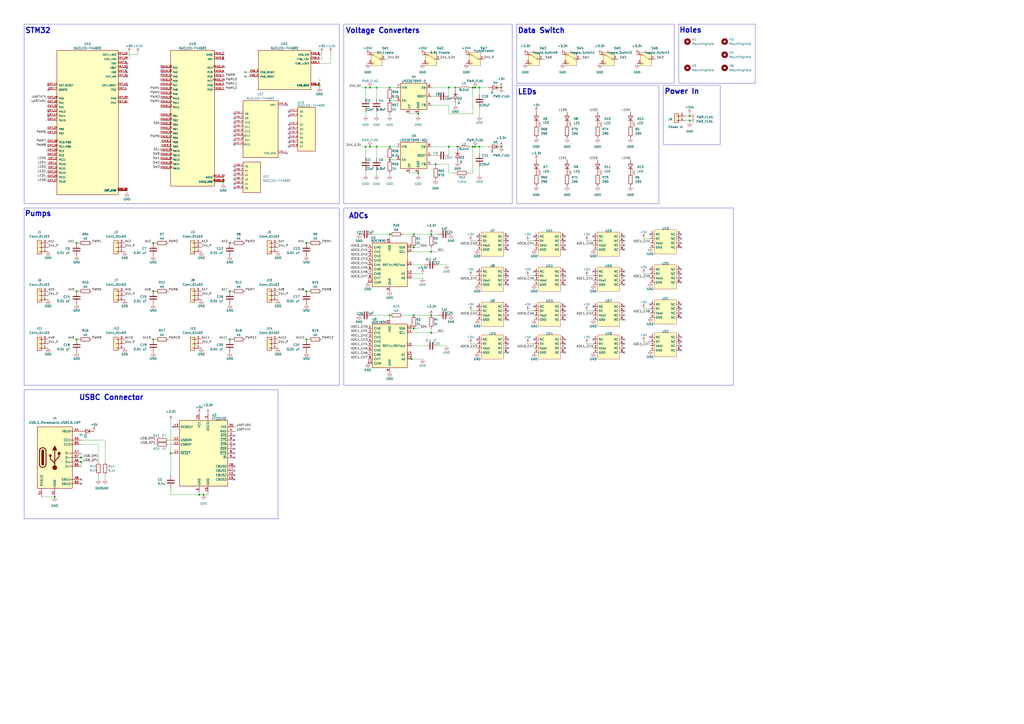
<source format=kicad_sch>
(kicad_sch (version 20231120) (generator "eeschema") (generator_version "8.0")
  (paper "A2")
  (junction (at 260.35 50.8))
  (junction (at 115.57 287.02))
  (junction (at 185.42 49.53))
  (junction (at 400.05 69.85))
  (junction (at 88.9 140.97))
  (junction (at 44.45 168.91))
  (junction (at 133.35 140.97))
  (junction (at 214.63 85.09))
  (junction (at 46.99 265.43))
  (junction (at 99.06 262.89))
  (junction (at 275.59 50.8))
  (junction (at 242.57 66.04))
  (junction (at 44.45 196.85))
  (junction (at 250.19 135.89))
  (junction (at 252.73 95.25))
  (junction (at 226.06 135.89))
  (junction (at 129.54 105.41))
  (junction (at 250.19 146.05))
  (junction (at 278.13 85.09))
  (junction (at 240.03 135.89))
  (junction (at 118.11 287.02))
  (junction (at 226.06 58.42))
  (junction (at 44.45 140.97))
  (junction (at 275.59 85.09))
  (junction (at 290.83 50.8))
  (junction (at 177.8 140.97))
  (junction (at 250.19 193.04))
  (junction (at 226.06 182.88))
  (junction (at 240.03 182.88))
  (junction (at 240.03 143.51))
  (junction (at 88.9 168.91))
  (junction (at 240.03 190.5))
  (junction (at 278.13 50.8))
  (junction (at 274.32 85.09))
  (junction (at 400.05 67.31))
  (junction (at 133.35 196.85))
  (junction (at 226.06 92.71))
  (junction (at 214.63 50.8))
  (junction (at 260.35 85.09))
  (junction (at 31.75 288.29))
  (junction (at 290.83 85.09))
  (junction (at 46.99 267.97))
  (junction (at 242.57 100.33))
  (junction (at 264.16 50.8))
  (junction (at 177.8 168.91))
  (junction (at 88.9 196.85))
  (junction (at 133.35 168.91))
  (junction (at 218.44 50.8))
  (junction (at 265.43 85.09))
  (junction (at 226.06 50.8))
  (junction (at 212.09 50.8))
  (junction (at 274.32 50.8))
  (junction (at 177.8 196.85))
  (junction (at 226.06 85.09))
  (junction (at 250.19 182.88))
  (junction (at 212.09 85.09))
  (junction (at 238.76 208.28))
  (junction (at 218.44 85.09))
  (no_connect (at 135.89 255.27))
  (no_connect (at 46.99 278.13))
  (no_connect (at 309.88 157.48))
  (no_connect (at 135.89 66.04))
  (no_connect (at 135.89 273.05))
  (no_connect (at 167.64 85.09))
  (no_connect (at 185.42 31.75))
  (no_connect (at 294.64 185.42))
  (no_connect (at 135.89 109.22))
  (no_connect (at 27.94 52.07))
  (no_connect (at 135.89 260.35))
  (no_connect (at 135.89 104.14))
  (no_connect (at 93.98 41.91))
  (no_connect (at 27.94 67.31))
  (no_connect (at 135.89 96.52))
  (no_connect (at 327.66 180.34))
  (no_connect (at 294.64 139.7))
  (no_connect (at 394.97 195.58))
  (no_connect (at 135.89 265.43))
  (no_connect (at 294.64 199.39))
  (no_connect (at 394.97 184.15))
  (no_connect (at 327.66 142.24))
  (no_connect (at 377.19 195.58))
  (no_connect (at 276.86 196.85))
  (no_connect (at 167.64 72.39))
  (no_connect (at 294.64 201.93))
  (no_connect (at 377.19 176.53))
  (no_connect (at 394.97 135.89))
  (no_connect (at 361.95 157.48))
  (no_connect (at 394.97 161.29))
  (no_connect (at 394.97 138.43))
  (no_connect (at 129.54 31.75))
  (no_connect (at 135.89 68.58))
  (no_connect (at 135.89 78.74))
  (no_connect (at 135.89 262.89))
  (no_connect (at 361.95 177.8))
  (no_connect (at 73.66 39.37))
  (no_connect (at 377.19 135.89))
  (no_connect (at 135.89 257.81))
  (no_connect (at 135.89 275.59))
  (no_connect (at 377.19 156.21))
  (no_connect (at 135.89 71.12))
  (no_connect (at 294.64 177.8))
  (no_connect (at 394.97 200.66))
  (no_connect (at 327.66 196.85))
  (no_connect (at 327.66 177.8))
  (no_connect (at 294.64 165.1))
  (no_connect (at 73.66 44.45))
  (no_connect (at 309.88 177.8))
  (no_connect (at 344.17 137.16))
  (no_connect (at 361.95 182.88))
  (no_connect (at 394.97 143.51))
  (no_connect (at 135.89 76.2))
  (no_connect (at 166.37 88.9))
  (no_connect (at 394.97 156.21))
  (no_connect (at 361.95 139.7))
  (no_connect (at 361.95 196.85))
  (no_connect (at 361.95 199.39))
  (no_connect (at 294.64 162.56))
  (no_connect (at 27.94 64.77))
  (no_connect (at 167.64 67.31))
  (no_connect (at 167.64 74.93))
  (no_connect (at 135.89 73.66))
  (no_connect (at 361.95 165.1))
  (no_connect (at 394.97 176.53))
  (no_connect (at 327.66 157.48))
  (no_connect (at 309.88 196.85))
  (no_connect (at 167.64 82.55))
  (no_connect (at 294.64 182.88))
  (no_connect (at 167.64 77.47))
  (no_connect (at 129.54 34.29))
  (no_connect (at 294.64 204.47))
  (no_connect (at 361.95 180.34))
  (no_connect (at 294.64 142.24))
  (no_connect (at 394.97 198.12))
  (no_connect (at 327.66 139.7))
  (no_connect (at 394.97 140.97))
  (no_connect (at 327.66 204.47))
  (no_connect (at 327.66 165.1))
  (no_connect (at 309.88 137.16))
  (no_connect (at 344.17 177.8))
  (no_connect (at 361.95 142.24))
  (no_connect (at 327.66 199.39))
  (no_connect (at 93.98 39.37))
  (no_connect (at 135.89 106.68))
  (no_connect (at 394.97 181.61))
  (no_connect (at 344.17 196.85))
  (no_connect (at 135.89 270.51))
  (no_connect (at 361.95 137.16))
  (no_connect (at 135.89 81.28))
  (no_connect (at 276.86 157.48))
  (no_connect (at 394.97 158.75))
  (no_connect (at 135.89 101.6))
  (no_connect (at 46.99 280.67))
  (no_connect (at 294.64 160.02))
  (no_connect (at 135.89 83.82))
  (no_connect (at 73.66 49.53))
  (no_connect (at 327.66 137.16))
  (no_connect (at 361.95 162.56))
  (no_connect (at 135.89 278.13))
  (no_connect (at 294.64 137.16))
  (no_connect (at 294.64 180.34))
  (no_connect (at 135.89 99.06))
  (no_connect (at 327.66 201.93))
  (no_connect (at 361.95 185.42))
  (no_connect (at 361.95 201.93))
  (no_connect (at 166.37 60.96))
  (no_connect (at 327.66 182.88))
  (no_connect (at 276.86 137.16))
  (no_connect (at 294.64 196.85))
  (no_connect (at 135.89 252.73))
  (no_connect (at 294.64 144.78))
  (no_connect (at 167.64 80.01))
  (no_connect (at 73.66 41.91))
  (no_connect (at 344.17 157.48))
  (no_connect (at 361.95 160.02))
  (no_connect (at 27.94 49.53))
  (no_connect (at 327.66 144.78))
  (no_connect (at 394.97 179.07))
  (no_connect (at 100.33 247.65))
  (no_connect (at 394.97 163.83))
  (no_connect (at 142.24 44.45))
  (no_connect (at 327.66 185.42))
  (no_connect (at 327.66 162.56))
  (no_connect (at 361.95 204.47))
  (no_connect (at 73.66 36.83))
  (no_connect (at 361.95 144.78))
  (no_connect (at 142.24 41.91))
  (no_connect (at 167.64 64.77))
  (no_connect (at 327.66 160.02))
  (no_connect (at 294.64 157.48))
  (no_connect (at 276.86 177.8))
  (no_connect (at 394.97 203.2))
  (wire (pts (xy 185.42 36.83) (xy 191.77 36.83)))
  (wire (pts (xy 243.84 143.51) (xy 240.03 143.51)))
  (wire (pts (xy 26.67 100.33) (xy 27.94 100.33)))
  (wire (pts (xy 92.71 95.25) (xy 93.98 95.25)))
  (wire (pts (xy 242.57 67.31) (xy 242.57 66.04)))
  (wire (pts (xy 264.16 60.96) (xy 264.16 59.69)))
  (wire (pts (xy 92.71 92.71) (xy 93.98 92.71)))
  (wire (pts (xy 245.11 158.75) (xy 238.76 158.75)))
  (wire (pts (xy 373.38 179.07) (xy 377.19 179.07)))
  (wire (pts (xy 92.71 52.07) (xy 93.98 52.07)))
  (wire (pts (xy 218.44 85.09) (xy 218.44 91.44)))
  (wire (pts (xy 224.79 34.29) (xy 223.52 34.29)))
  (wire (pts (xy 259.08 200.66) (xy 254 200.66)))
  (wire (pts (xy 260.35 85.09) (xy 260.35 90.17)))
  (wire (pts (xy 97.79 257.81) (xy 100.33 257.81)))
  (wire (pts (xy 46.99 255.27) (xy 60.96 255.27)))
  (wire (pts (xy 176.53 196.85) (xy 177.8 196.85)))
  (wire (pts (xy 316.23 34.29) (xy 314.96 34.29)))
  (wire (pts (xy 26.67 74.93) (xy 27.94 74.93)))
  (wire (pts (xy 92.71 49.53) (xy 93.98 49.53)))
  (wire (pts (xy 74.93 57.15) (xy 73.66 57.15)))
  (wire (pts (xy 97.79 255.27) (xy 100.33 255.27)))
  (wire (pts (xy 45.72 140.97) (xy 44.45 140.97)))
  (wire (pts (xy 43.18 196.85) (xy 44.45 196.85)))
  (wire (pts (xy 99.06 283.21) (xy 99.06 287.02)))
  (wire (pts (xy 273.05 85.09) (xy 274.32 85.09)))
  (wire (pts (xy 233.68 182.88) (xy 240.03 182.88)))
  (wire (pts (xy 100.33 262.89) (xy 99.06 262.89)))
  (wire (pts (xy 252.73 96.52) (xy 252.73 95.25)))
  (wire (pts (xy 26.67 87.63) (xy 27.94 87.63)))
  (wire (pts (xy 212.09 99.06) (xy 212.09 101.6)))
  (wire (pts (xy 179.07 168.91) (xy 177.8 168.91)))
  (wire (pts (xy 185.42 49.53) (xy 185.42 50.8)))
  (wire (pts (xy 212.09 64.77) (xy 212.09 67.31)))
  (wire (pts (xy 57.15 257.81) (xy 46.99 257.81)))
  (wire (pts (xy 179.07 196.85) (xy 177.8 196.85)))
  (wire (pts (xy 274.32 85.09) (xy 274.32 100.33)))
  (wire (pts (xy 185.42 34.29) (xy 186.69 34.29)))
  (wire (pts (xy 92.71 59.69) (xy 93.98 59.69)))
  (wire (pts (xy 92.71 74.93) (xy 93.98 74.93)))
  (wire (pts (xy 46.99 267.97) (xy 48.26 267.97)))
  (wire (pts (xy 142.24 44.45) (xy 144.78 44.45)))
  (wire (pts (xy 130.81 52.07) (xy 129.54 52.07)))
  (wire (pts (xy 226.06 101.6) (xy 226.06 100.33)))
  (wire (pts (xy 176.53 140.97) (xy 177.8 140.97)))
  (wire (pts (xy 87.63 168.91) (xy 88.9 168.91)))
  (wire (pts (xy 400.05 67.31) (xy 400.05 66.04)))
  (wire (pts (xy 129.54 102.87) (xy 129.54 105.41)))
  (wire (pts (xy 92.71 54.61) (xy 93.98 54.61)))
  (wire (pts (xy 73.66 34.29) (xy 74.93 34.29)))
  (wire (pts (xy 237.49 100.33) (xy 242.57 100.33)))
  (wire (pts (xy 278.13 101.6) (xy 278.13 96.52)))
  (wire (pts (xy 273.05 199.39) (xy 276.86 199.39)))
  (wire (pts (xy 92.71 57.15) (xy 93.98 57.15)))
  (wire (pts (xy 60.96 255.27) (xy 60.96 267.97)))
  (wire (pts (xy 238.76 208.28) (xy 238.76 205.74)))
  (wire (pts (xy 340.36 160.02) (xy 344.17 160.02)))
  (wire (pts (xy 260.35 95.25) (xy 252.73 95.25)))
  (wire (pts (xy 118.11 287.02) (xy 115.57 287.02)))
  (wire (pts (xy 92.71 44.45) (xy 93.98 44.45)))
  (wire (pts (xy 265.43 86.36) (xy 265.43 85.09)))
  (wire (pts (xy 273.05 160.02) (xy 276.86 160.02)))
  (wire (pts (xy 264.16 52.07) (xy 264.16 50.8)))
  (wire (pts (xy 226.06 50.8) (xy 229.87 50.8)))
  (wire (pts (xy 212.09 85.09) (xy 212.09 91.44)))
  (wire (pts (xy 397.51 67.31) (xy 400.05 67.31)))
  (wire (pts (xy 218.44 64.77) (xy 218.44 67.31)))
  (wire (pts (xy 120.65 287.02) (xy 120.65 285.75)))
  (wire (pts (xy 92.71 90.17) (xy 93.98 90.17)))
  (wire (pts (xy 238.76 153.67) (xy 246.38 153.67)))
  (wire (pts (xy 26.67 62.23) (xy 27.94 62.23)))
  (wire (pts (xy 359.41 34.29) (xy 358.14 34.29)))
  (wire (pts (xy 92.71 72.39) (xy 93.98 72.39)))
  (wire (pts (xy 43.18 168.91) (xy 44.45 168.91)))
  (wire (pts (xy 130.81 41.91) (xy 129.54 41.91)))
  (wire (pts (xy 250.19 182.88) (xy 254 182.88)))
  (wire (pts (xy 45.72 196.85) (xy 44.45 196.85)))
  (wire (pts (xy 274.32 85.09) (xy 275.59 85.09)))
  (wire (pts (xy 87.63 196.85) (xy 88.9 196.85)))
  (wire (pts (xy 90.17 140.97) (xy 88.9 140.97)))
  (wire (pts (xy 273.05 139.7) (xy 276.86 139.7)))
  (wire (pts (xy 92.71 77.47) (xy 93.98 77.47)))
  (wire (pts (xy 373.38 138.43) (xy 377.19 138.43)))
  (wire (pts (xy 26.67 82.55) (xy 27.94 82.55)))
  (wire (pts (xy 214.63 50.8) (xy 212.09 50.8)))
  (wire (pts (xy 226.06 67.31) (xy 226.06 66.04)))
  (wire (pts (xy 134.62 168.91) (xy 133.35 168.91)))
  (wire (pts (xy 60.96 278.13) (xy 60.96 275.59)))
  (wire (pts (xy 130.81 49.53) (xy 129.54 49.53)))
  (wire (pts (xy 254 193.04) (xy 250.19 193.04)))
  (wire (pts (xy 260.35 50.8) (xy 264.16 50.8)))
  (wire (pts (xy 226.06 58.42) (xy 229.87 58.42)))
  (wire (pts (xy 254 146.05) (xy 250.19 146.05)))
  (wire (pts (xy 26.67 59.69) (xy 27.94 59.69)))
  (wire (pts (xy 238.76 200.66) (xy 246.38 200.66)))
  (wire (pts (xy 92.71 62.23) (xy 93.98 62.23)))
  (wire (pts (xy 26.67 92.71) (xy 27.94 92.71)))
  (wire (pts (xy 92.71 69.85) (xy 93.98 69.85)))
  (wire (pts (xy 373.38 158.75) (xy 377.19 158.75)))
  (wire (pts (xy 90.17 168.91) (xy 88.9 168.91)))
  (wire (pts (xy 74.93 34.29) (xy 74.93 30.48)))
  (wire (pts (xy 306.07 139.7) (xy 309.88 139.7)))
  (wire (pts (xy 132.08 196.85) (xy 133.35 196.85)))
  (wire (pts (xy 306.07 199.39) (xy 309.88 199.39)))
  (wire (pts (xy 74.93 59.69) (xy 73.66 59.69)))
  (wire (pts (xy 26.67 69.85) (xy 27.94 69.85)))
  (wire (pts (xy 245.11 208.28) (xy 238.76 208.28)))
  (wire (pts (xy 179.07 140.97) (xy 177.8 140.97)))
  (wire (pts (xy 306.07 180.34) (xy 309.88 180.34)))
  (wire (pts (xy 99.06 243.84) (xy 99.06 262.89)))
  (wire (pts (xy 400.05 69.85) (xy 400.05 71.12)))
  (wire (pts (xy 274.32 100.33) (xy 271.78 100.33)))
  (wire (pts (xy 73.66 31.75) (xy 80.01 31.75)))
  (wire (pts (xy 26.67 102.87) (xy 27.94 102.87)))
  (wire (pts (xy 212.09 50.8) (xy 209.55 50.8)))
  (wire (pts (xy 73.66 110.49) (xy 73.66 111.76)))
  (wire (pts (xy 115.57 287.02) (xy 115.57 285.75)))
  (wire (pts (xy 26.67 77.47) (xy 27.94 77.47)))
  (wire (pts (xy 57.15 267.97) (xy 57.15 257.81)))
  (wire (pts (xy 57.15 278.13) (xy 57.15 275.59)))
  (wire (pts (xy 250.19 143.51) (xy 250.19 146.05)))
  (wire (pts (xy 274.32 50.8) (xy 275.59 50.8)))
  (wire (pts (xy 191.77 36.83) (xy 191.77 30.48)))
  (wire (pts (xy 132.08 140.97) (xy 133.35 140.97)))
  (wire (pts (xy 250.19 60.96) (xy 260.35 60.96)))
  (wire (pts (xy 92.71 67.31) (xy 93.98 67.31)))
  (wire (pts (xy 135.89 250.19) (xy 137.16 250.19)))
  (wire (pts (xy 130.81 46.99) (xy 129.54 46.99)))
  (wire (pts (xy 250.19 135.89) (xy 254 135.89)))
  (wire (pts (xy 278.13 85.09) (xy 283.21 85.09)))
  (wire (pts (xy 250.19 193.04) (xy 238.76 193.04)))
  (wire (pts (xy 24.13 288.29) (xy 31.75 288.29)))
  (wire (pts (xy 43.18 140.97) (xy 44.45 140.97)))
  (wire (pts (xy 260.35 85.09) (xy 250.19 85.09)))
  (wire (pts (xy 260.35 66.04) (xy 260.35 60.96)))
  (wire (pts (xy 212.09 50.8) (xy 212.09 57.15)))
  (wire (pts (xy 381 34.29) (xy 379.73 34.29)))
  (wire (pts (xy 237.49 66.04) (xy 242.57 66.04)))
  (wire (pts (xy 92.71 87.63) (xy 93.98 87.63)))
  (wire (pts (xy 134.62 140.97) (xy 133.35 140.97)))
  (wire (pts (xy 99.06 262.89) (xy 99.06 275.59)))
  (wire (pts (xy 260.35 100.33) (xy 264.16 100.33)))
  (wire (pts (xy 45.72 168.91) (xy 44.45 168.91)))
  (wire (pts (xy 132.08 168.91) (xy 133.35 168.91)))
  (wire (pts (xy 240.03 135.89) (xy 250.19 135.89)))
  (wire (pts (xy 87.63 140.97) (xy 88.9 140.97)))
  (wire (pts (xy 215.9 182.88) (xy 226.06 182.88)))
  (wire (pts (xy 340.36 180.34) (xy 344.17 180.34)))
  (wire (pts (xy 243.84 190.5) (xy 240.03 190.5)))
  (wire (pts (xy 340.36 139.7) (xy 344.17 139.7)))
  (wire (pts (xy 218.44 50.8) (xy 214.63 50.8)))
  (wire (pts (xy 250.19 190.5) (xy 250.19 193.04)))
  (wire (pts (xy 260.35 100.33) (xy 260.35 95.25)))
  (wire (pts (xy 185.42 45.72) (xy 185.42 49.53)))
  (wire (pts (xy 214.63 85.09) (xy 212.09 85.09)))
  (wire (pts (xy 260.35 50.8) (xy 260.35 55.88)))
  (wire (pts (xy 260.35 50.8) (xy 250.19 50.8)))
  (wire (pts (xy 264.16 50.8) (xy 265.43 50.8)))
  (wire (pts (xy 233.68 135.89) (xy 240.03 135.89)))
  (wire (pts (xy 240.03 182.88) (xy 250.19 182.88)))
  (wire (pts (xy 337.82 34.29) (xy 336.55 34.29)))
  (wire (pts (xy 80.01 31.75) (xy 80.01 30.48)))
  (wire (pts (xy 26.67 57.15) (xy 27.94 57.15)))
  (wire (pts (xy 26.67 97.79) (xy 27.94 97.79)))
  (wire (pts (xy 218.44 99.06) (xy 218.44 101.6)))
  (wire (pts (xy 226.06 135.89) (xy 226.06 138.43)))
  (wire (pts (xy 142.24 41.91) (xy 144.78 41.91)))
  (wire (pts (xy 99.06 287.02) (xy 115.57 287.02)))
  (wire (pts (xy 240.03 190.5) (xy 238.76 190.5)))
  (wire (pts (xy 226.06 85.09) (xy 229.87 85.09)))
  (wire (pts (xy 46.99 265.43) (xy 48.26 265.43)))
  (wire (pts (xy 130.81 44.45) (xy 129.54 44.45)))
  (wire (pts (xy 226.06 182.88) (xy 226.06 185.42)))
  (wire (pts (xy 46.99 262.89) (xy 46.99 265.43)))
  (wire (pts (xy 92.71 46.99) (xy 93.98 46.99)))
  (wire (pts (xy 90.17 196.85) (xy 88.9 196.85)))
  (wire (pts (xy 278.13 50.8) (xy 283.21 50.8)))
  (wire (pts (xy 218.44 85.09) (xy 214.63 85.09)))
  (wire (pts (xy 250.19 90.17) (xy 252.73 90.17)))
  (wire (pts (xy 118.11 287.02) (xy 120.65 287.02)))
  (wire (pts (xy 218.44 50.8) (xy 226.06 50.8)))
  (wire (pts (xy 135.89 247.65) (xy 137.16 247.65)))
  (wire (pts (xy 250.19 146.05) (xy 238.76 146.05)))
  (wire (pts (xy 186.69 34.29) (xy 186.69 30.48)))
  (wire (pts (xy 238.76 161.29) (xy 245.11 161.29)))
  (wire (pts (xy 278.13 50.8) (xy 278.13 54.61)))
  (wire (pts (xy 373.38 198.12) (xy 377.19 198.12)))
  (wire (pts (xy 26.67 105.41) (xy 27.94 105.41)))
  (wire (pts (xy 226.06 92.71) (xy 229.87 92.71)))
  (wire (pts (xy 260.35 66.04) (xy 274.32 66.04)))
  (wire (pts (xy 250.19 55.88) (xy 252.73 55.88)))
  (wire (pts (xy 26.67 90.17) (xy 27.94 90.17)))
  (wire (pts (xy 397.51 69.85) (xy 400.05 69.85)))
  (wire (pts (xy 240.03 143.51) (xy 238.76 143.51)))
  (wire (pts (xy 46.99 267.97) (xy 46.99 270.51)))
  (wire (pts (xy 212.09 85.09) (xy 209.55 85.09)))
  (wire (pts (xy 340.36 199.39) (xy 344.17 199.39)))
  (wire (pts (xy 278.13 67.31) (xy 278.13 62.23)))
  (wire (pts (xy 306.07 160.02) (xy 309.88 160.02)))
  (wire (pts (xy 176.53 168.91) (xy 177.8 168.91)))
  (wire (pts (xy 129.54 105.41) (xy 129.54 106.68)))
  (wire (pts (xy 92.71 85.09) (xy 93.98 85.09)))
  (wire (pts (xy 92.71 97.79) (xy 93.98 97.79)))
  (wire (pts (xy 259.08 153.67) (xy 254 153.67)))
  (wire (pts (xy 218.44 50.8) (xy 218.44 57.15)))
  (wire (pts (xy 92.71 82.55) (xy 93.98 82.55)))
  (wire (pts (xy 278.13 85.09) (xy 278.13 88.9)))
  (wire (pts (xy 275.59 50.8) (xy 278.13 50.8)))
  (wire (pts (xy 26.67 85.09) (xy 27.94 85.09)))
  (wire (pts (xy 130.81 39.37) (xy 129.54 39.37)))
  (wire (pts (xy 134.62 196.85) (xy 133.35 196.85)))
  (wire (pts (xy 218.44 85.09) (xy 226.06 85.09)))
  (wire (pts (xy 92.71 80.01) (xy 93.98 80.01)))
  (wire (pts (xy 274.32 50.8) (xy 274.32 66.04)))
  (wire (pts (xy 273.05 50.8) (xy 274.32 50.8)))
  (wire (pts (xy 273.05 180.34) (xy 276.86 180.34)))
  (wire (pts (xy 250.19 95.25) (xy 252.73 95.25)))
  (wire (pts (xy 242.57 101.6) (xy 242.57 100.33)))
  (wire (pts (xy 260.35 85.09) (xy 265.43 85.09)))
  (wire (pts (xy 26.67 95.25) (xy 27.94 95.25)))
  (wire (pts (xy 215.9 135.89) (xy 226.06 135.89)))
  (wire (pts (xy 275.59 85.09) (xy 278.13 85.09)))
  (rectangle (start 393.7 13.97) (end 438.15 48.26))
  (rectangle (start 13.97 13.97) (end 196.85 118.11))
  (rectangle (start 199.39 120.65) (end 425.45 223.52))
  (rectangle (start 299.72 49.53) (end 382.27 118.11))
  (rectangle (start 199.39 13.97) (end 297.18 118.11))
  (rectangle (start 13.97 226.06) (end 161.29 300.99))
  (rectangle (start 384.81 49.53) (end 417.83 83.82))
  (rectangle (start 299.72 13.97) (end 391.16 48.26))
  (rectangle (start 13.97 120.65) (end 196.85 223.52))
  (text "Holes" (at 393.954 19.304 0) (effects (font (size 3 3) (thickness 0.6) (bold yes)) (justify left bottom)))
  (text "STM32" (at 14.478 19.558 0) (effects (font (size 3 3) (thickness 0.6) (bold yes)) (justify left bottom)))
  (text "LEDs\n" (at 300.228 55.118 0) (effects (font (size 3 3) (thickness 0.6) (bold yes)) (justify left bottom)))
  (text "Data Switch\n\n" (at 300.228 24.384 0) (effects (font (size 3 3) (thickness 0.6) (bold yes)) (justify left bottom)))
  (text "USBC Connector" (at 45.72 232.41 0) (effects (font (size 3 3) (thickness 0.6) (bold yes)) (justify left bottom)))
  (text "ADCs\n" (at 202.184 127 0) (effects (font (size 3 3) (thickness 0.6) (bold yes)) (justify left bottom)))
  (text "Power In\n\n" (at 385.318 59.69 0) (effects (font (size 3 3) (thickness 0.6) (bold yes)) (justify left bottom)))
  (text "Pumps" (at 14.224 125.73 0) (effects (font (size 3 3) (thickness 0.6) (bold yes)) (justify left bottom)))
  (text "Voltage Converters\n\n" (at 200.406 24.384 0) (effects (font (size 3 3) (thickness 0.6) (bold yes)) (justify left bottom)))
  (label "SW0" (at 316.23 34.29 0))
  (label "SDA" (at 243.84 143.51 0))
  (label "An5" (at 27.94 168.91 0))
  (label "ADC1_CH3" (at 344.17 201.93 180))
  (label "SW2" (at 359.41 34.29 0))
  (label "PWM8" (at 26.67 85.09 180))
  (label "PWM9" (at 53.34 196.85 0))
  (label "24V_5V" (at 224.79 34.29 0))
  (label "24V_5V" (at 209.55 50.8 180))
  (label "SW3" (at 381 34.29 0))
  (label "ADC0_CH5" (at 309.88 162.56 180))
  (label "ADC1_CH6" (at 213.36 205.74 180))
  (label "USB_DM1" (at 48.26 265.43 0))
  (label "An2" (at 72.39 140.97 0))
  (label "USB_DM1" (at 90.17 255.27 180))
  (label "ADC0_CH5" (at 213.36 156.21 180))
  (label "ADC0_CH4" (at 213.36 153.67 180))
  (label "PWM12" (at 186.69 196.85 0))
  (label "LED1" (at 328.93 92.71 180))
  (label "PWM4" (at 92.71 59.69 180))
  (label "ADC1_CH0" (at 344.17 142.24 180))
  (label "LED3" (at 26.67 97.79 180))
  (label "ADC0_CH4" (at 309.88 142.24 180))
  (label "SW2" (at 92.71 95.25 180))
  (label "An3" (at 132.08 140.97 180))
  (label "24V_P" (at 116.84 143.51 0))
  (label "UART4TX" (at 137.16 250.19 0))
  (label "An5" (at 43.18 168.91 180))
  (label "An6" (at 87.63 168.91 180))
  (label "24V_P" (at 161.29 199.39 0))
  (label "An12" (at 176.53 196.85 180))
  (label "An8" (at 161.29 168.91 0))
  (label "PWM9" (at 130.81 44.45 0))
  (label "UART4RX" (at 26.67 59.69 180))
  (label "PWM5" (at 92.71 80.01 180))
  (label "LED5" (at 365.76 92.71 180))
  (label "LED3" (at 346.71 92.71 180))
  (label "An4" (at 161.29 140.97 0))
  (label "ADC0_CH2" (at 276.86 182.88 180))
  (label "ADC0_CH0" (at 276.86 142.24 180))
  (label "An11" (at 132.08 196.85 180))
  (label "An10" (at 87.63 196.85 180))
  (label "ADC0_CH2" (at 213.36 148.59 180))
  (label "24V_P" (at 72.39 171.45 0))
  (label "LED4" (at 26.67 95.25 180))
  (label "PWM1" (at 92.71 52.07 180))
  (label "PWM2" (at 92.71 54.61 180))
  (label "ADC1_CH4" (at 213.36 200.66 180))
  (label "ADC0_CH0" (at 213.36 143.51 180))
  (label "An10" (at 72.39 196.85 0))
  (label "ADC0_CH6" (at 309.88 182.88 180))
  (label "24V_3.3V" (at 255.27 34.29 0))
  (label "SDA" (at 92.71 72.39 180))
  (label "ADC0_CH3" (at 213.36 151.13 180))
  (label "An9" (at 27.94 196.85 0))
  (label "An11" (at 116.84 196.85 0))
  (label "ADC1_CH2" (at 213.36 195.58 180))
  (label "ADC0_CH7" (at 213.36 161.29 180))
  (label "An4" (at 176.53 140.97 180))
  (label "USB_DP1" (at 48.26 267.97 0))
  (label "24V_P" (at 72.39 143.51 0))
  (label "An7" (at 116.84 168.91 0))
  (label "ADC1_CH7" (at 377.19 200.66 180))
  (label "ADC1_CH4" (at 377.19 140.97 180))
  (label "24V_P" (at 27.94 143.51 0))
  (label "24V_P" (at 161.29 143.51 0))
  (label "LED2" (at 26.67 100.33 180))
  (label "LED5" (at 26.67 92.71 180))
  (label "UART4RX" (at 137.16 247.65 0))
  (label "ADC1_CH5" (at 377.19 161.29 180))
  (label "SCL" (at 254 146.05 0))
  (label "USB_DP1" (at 90.17 257.81 180))
  (label "An8" (at 176.53 168.91 180))
  (label "SW0" (at 92.71 90.17 180))
  (label "PWM7" (at 142.24 168.91 0))
  (label "LED2" (at 346.71 64.77 180))
  (label "ADC1_CH3" (at 213.36 198.12 180))
  (label "PWM8" (at 186.69 168.91 0))
  (label "PWM11" (at 142.24 196.85 0))
  (label "PWM12" (at 130.81 52.07 0))
  (label "ADC0_CH3" (at 276.86 201.93 180))
  (label "SW1" (at 92.71 92.71 180))
  (label "PWM3" (at 92.71 57.15 180))
  (label "An12" (at 161.29 196.85 0))
  (label "An1" (at 43.18 140.97 180))
  (label "ADC1_CH1" (at 344.17 162.56 180))
  (label "LED4" (at 365.76 64.77 180))
  (label "ADC1_CH6" (at 377.19 181.61 180))
  (label "ADC1_CH5" (at 213.36 203.2 180))
  (label "An7" (at 132.08 168.91 180))
  (label "ADC0_CH1" (at 213.36 146.05 180))
  (label "An2" (at 87.63 140.97 180))
  (label "ADC1_CH1" (at 213.36 193.04 180))
  (label "ADC1_CH7" (at 213.36 208.28 180))
  (label "An6" (at 72.39 168.91 0))
  (label "24V_P" (at 116.84 199.39 0))
  (label "PWM4" (at 186.69 140.97 0))
  (label "PWM2" (at 97.79 140.97 0))
  (label "An3" (at 116.84 140.97 0))
  (label "ADC0_CH1" (at 276.86 162.56 180))
  (label "24V_P" (at 72.39 199.39 0))
  (label "SCL" (at 254 193.04 0))
  (label "24V_P" (at 27.94 171.45 0))
  (label "LED0" (at 328.93 64.77 180))
  (label "LED0" (at 26.67 105.41 180))
  (label "ADC0_CH7" (at 309.88 201.93 180))
  (label "PWM10" (at 130.81 46.99 0))
  (label "24V_P" (at 280.67 34.29 0))
  (label "An9" (at 43.18 196.85 180))
  (label "24V_P" (at 161.29 171.45 0))
  (label "PWM7" (at 26.67 82.55 180))
  (label "An1" (at 27.94 140.97 0))
  (label "PWM5" (at 53.34 168.91 0))
  (label "UART4TX" (at 26.67 57.15 180))
  (label "ADC1_CH2" (at 344.17 182.88 180))
  (label "PWM6" (at 97.79 168.91 0))
  (label "24V_P" (at 27.94 199.39 0))
  (label "SCL" (at 92.71 87.63 180))
  (label "PWM1" (at 53.34 140.97 0))
  (label "ADC1_CH0" (at 213.36 190.5 180))
  (label "SW3" (at 92.71 97.79 180))
  (label "PWM10" (at 97.79 196.85 0))
  (label "24V_P" (at 116.84 171.45 0))
  (label "LED1" (at 26.67 102.87 180))
  (label "ADC0_CH6" (at 213.36 158.75 180))
  (label "SW1" (at 337.82 34.29 0))
  (label "SDA" (at 243.84 190.5 0))
  (label "24V_3.3V" (at 209.55 85.09 180))
  (label "PWM6" (at 26.67 77.47 180))
  (label "PWM3" (at 142.24 140.97 0))
  (label "PWM11" (at 130.81 49.53 0))
  (symbol (lib_id "power:GND") (at 242.57 67.31 0) (mirror y) (unit 1)
    (property "Reference" "#PWR081" (effects (hide yes)))
    (property "Value" "GND" (at 242.57 72.39 0))
    (property "Description" "Power symbol creates a global label with name \"GND\" , ground" (effects (hide yes)))
  )
  (symbol (lib_id "Connector_Generic:Conn_01x03") (at 22.86 143.51 180) (unit 1)
    (property "Reference" "J1" (at 22.86 134.62 0))
    (property "Value" "Conn_01x03" (at 22.86 137.16 0))
    (property "Footprint" "Connector_JST:JST_XH_B3B-XH-AM_1x03_P2.50mm_Vertical" (effects (hide yes)))
    (property "Description" "Generic connector, single row, 01x03, script generated (kicad-library-utils/schlib/autogen/connector/)" (effects (hide yes)))
  )
  (symbol (lib_id "power:GND") (at 133.35 148.59 0) (unit 1)
    (property "Reference" "#PWR026" (effects (hide yes)))
    (property "Value" "GND" (at 133.35 152.146 0))
    (property "Description" "Power symbol creates a global label with name \"GND\" , ground" (effects (hide yes)))
  )
  (symbol (lib_id "Mechanical:MountingHole") (at 420.37 39.37 0) (unit 1)
    (property "Reference" "H6" (at 422.91 38.0999 0) (effects (justify left)))
    (property "Value" "MountingHole" (at 422.91 40.6399 0) (effects (justify left)))
    (property "Footprint" "MountingHole:MountingHole_3.2mm_M3" (effects (hide yes)))
    (property "Description" "Mounting Hole without connection" (effects (hide yes)))
  )
  (symbol (lib_id "power:GND") (at 377.19 163.83 0) (mirror y) (unit 1)
    (property "Reference" "#PWR063" (effects (hide yes)))
    (property "Value" "GND" (at 377.19 167.64 0))
    (property "Description" "Power symbol creates a global label with name \"GND\" , ground" (effects (hide yes)))
  )
  (symbol (lib_id "Switch:SW_SPDT") (at 353.06 34.29 0) (mirror y) (unit 1)
    (property "Reference" "SW5" (at 358.14 27.94 0))
    (property "Value" "Toggle_Switch2" (at 359.41 30.48 0))
    (property "Footprint" "Button_Switch_THT:SW_Slide_SPDT_Straight_CK_OS102011MS2Q" (effects (hide yes)))
    (property "Description" "Switch, single pole double throw" (effects (hide yes)))
  )
  (symbol (lib_id "Connector_Generic:Conn_01x03") (at 156.21 143.51 180) (unit 1)
    (property "Reference" "J5" (at 156.21 134.62 0))
    (property "Value" "Conn_01x03" (at 156.21 137.16 0))
    (property "Footprint" "Connector_JST:JST_XH_B3B-XH-AM_1x03_P2.50mm_Vertical" (effects (hide yes)))
    (property "Description" "Generic connector, single row, 01x03, script generated (kicad-library-utils/schlib/autogen/connector/)" (effects (hide yes)))
  )
  (symbol (lib_id "power:+3.3V") (at 347.98 31.75 0) (unit 1)
    (property "Reference" "#PWR0115" (effects (hide yes)))
    (property "Value" "+3.3V" (at 347.98 26.67 0))
    (property "Description" "Power symbol creates a global label with name \"+3.3V\"" (effects (hide yes)))
  )
  (symbol (lib_id "Device:C") (at 278.13 92.71 0) (unit 1)
    (property "Reference" "C11" (at 279.4 90.17 0) (effects (justify left)))
    (property "Value" "120uF" (at 278.13 95.25 0) (effects (justify left)))
    (property "Footprint" "Capacitor_THT:CP_Radial_D6.3mm_P2.50mm" (effects (hide yes)))
    (property "Description" "Unpolarized capacitor" (effects (hide yes)))
  )
  (symbol (lib_id "Interface_USB:FT231XS") (at 118.11 262.89 0) (unit 1)
    (property "Reference" "U2" (at 122.936 240.792 0) (effects (justify left)))
    (property "Value" "FT231XS" (at 122.936 242.824 0) (effects (justify left)))
    (property "Footprint" "Package_SO:SSOP-20_3.9x8.7mm_P0.635mm" (effects (hide yes)))
    (property "Datasheet" "https://www.ftdichip.com/Support/Documents/DataSheets/ICs/DS_FT231X.pdf" (effects (hide yes)))
    (property "Description" "Full Speed USB to Full Handshake UART, SSOP-20" (effects (hide yes)))
  )
  (symbol (lib_id "power:GND") (at 265.43 93.98 0) (mirror y) (unit 1)
    (property "Reference" "#PWR090" (effects (hide yes)))
    (property "Value" "GND" (at 265.43 97.79 0))
    (property "Description" "Power symbol creates a global label with name \"GND\" , ground" (effects (hide yes)))
  )
  (symbol (lib_id "power:GND") (at 261.62 182.88 0) (mirror y) (unit 1)
    (property "Reference" "#PWR010" (effects (hide yes)))
    (property "Value" "GND" (at 261.62 186.69 0))
    (property "Description" "Power symbol creates a global label with name \"GND\" , ground" (effects (hide yes)))
  )
  (symbol (lib_id "power:GND") (at 44.45 176.53 0) (unit 1)
    (property "Reference" "#PWR028" (effects (hide yes)))
    (property "Value" "GND" (at 44.45 180.086 0))
    (property "Description" "Power symbol creates a global label with name \"GND\" , ground" (effects (hide yes)))
  )
  (symbol (lib_id "power:PWR_FLAG") (at 400.05 67.31 270) (unit 1)
    (property "Reference" "#FLG01" (effects (hide yes)))
    (property "Value" "PWR_FLAG" (at 403.9998 67.945 90) (effects (justify left)))
    (property "Description" "Special symbol for telling ERC where power comes from" (effects (hide yes)))
  )
  (symbol (lib_id "power:GND") (at 270.51 36.83 0) (mirror y) (unit 1)
    (property "Reference" "#PWR0129" (effects (hide yes)))
    (property "Value" "GND" (at 270.51 41.91 0))
    (property "Description" "Power symbol creates a global label with name \"GND\" , ground" (effects (hide yes)))
  )
  (symbol (lib_id "Device:LED") (at 328.93 96.52 90) (unit 1)
    (property "Reference" "D9" (at 332.74 96.8375 90) (effects (justify right)))
    (property "Value" "LED" (at 332.74 99.3775 90) (effects (justify right)))
    (property "Footprint" "LED_SMD:LED_0805_2012Metric_Pad1.15x1.40mm_HandSolder" (effects (hide yes)))
    (property "Description" "Light emitting diode" (effects (hide yes)))
  )
  (symbol (lib_id "Device:R") (at 252.73 100.33 0) (unit 1)
    (property "Reference" "R62" (at 254 99.06 0) (effects (justify left)))
    (property "Value" "976" (at 254 101.6 0) (effects (justify left)))
    (property "Footprint" "Resistor_SMD:R_0805_2012Metric" (effects (hide yes)))
    (property "Description" "Resistor" (effects (hide yes)))
  )
  (symbol (lib_id "Device:C") (at 88.9 144.78 0) (mirror y) (unit 1)
    (property "Reference" "C7" (at 85.09 144.145 0) (effects (justify left)))
    (property "Value" "0.01 uF" (at 85.09 146.685 0) (effects (justify left)))
    (property "Footprint" "Capacitor_SMD:C_0805_2012Metric_Pad1.18x1.45mm_HandSolder" (effects (hide yes)))
    (property "Description" "Unpolarized capacitor" (effects (hide yes)))
  )
  (symbol (lib_id "Device:L") (at 269.24 85.09 90) (unit 1)
    (property "Reference" "L2" (at 269.24 83.82 90))
    (property "Value" "8.2uH" (at 269.24 86.36 90))
    (property "Footprint" "Inductor_SMD:L_7.3x7.3_H3.5" (effects (hide yes)))
    (property "Description" "Inductor" (effects (hide yes)))
  )
  (symbol (lib_id "Analog_DAC:ADS7830") (at 226.06 200.66 0) (unit 1)
    (property "Reference" "U6" (at 215.9 185.166 0) (effects (justify left)))
    (property "Value" "ADS7830" (at 215.646 186.944 0) (effects (justify left)))
    (property "Footprint" "Package_SO:TSSOP-16_4.4x5mm_P0.65mm" (effects (hide yes)))
    (property "Datasheet" "http://www.ti.com/lit/ds/symlink/ads7830.pdf" (effects (hide yes)))
    (property "Description" "Single-supply, 8bit, 8 ch, SAR, 70kHz SR, 2.7 - 5 VDD, I2C, TSSOP-16" (effects (hide yes)))
  )
  (symbol (lib_id "Device:LED") (at 346.71 68.58 90) (unit 1)
    (property "Reference" "D10" (at 350.52 68.8975 90) (effects (justify right)))
    (property "Value" "LED" (at 350.52 71.4375 90) (effects (justify right)))
    (property "Footprint" "LED_SMD:LED_0805_2012Metric_Pad1.15x1.40mm_HandSolder" (effects (hide yes)))
    (property "Description" "Light emitting diode" (effects (hide yes)))
  )
  (symbol (lib_id "power:GND") (at 218.44 67.31 0) (mirror y) (unit 1)
    (property "Reference" "#PWR074" (effects (hide yes)))
    (property "Value" "GND" (at 218.44 72.39 0))
    (property "Description" "Power symbol creates a global label with name \"GND\" , ground" (effects (hide yes)))
  )
  (symbol (lib_id "power:+5V") (at 340.36 199.39 0) (unit 1)
    (property "Reference" "#PWR0147" (effects (hide yes)))
    (property "Value" "+5V" (at 340.36 195.58 0))
    (property "Description" "Power symbol creates a global label with name \"+5V\"" (effects (hide yes)))
  )
  (symbol (lib_id "Device:LED") (at 311.15 96.52 90) (unit 1)
    (property "Reference" "D7" (at 314.96 96.8375 90) (effects (justify right)))
    (property "Value" "LED" (at 314.96 99.3775 90) (effects (justify right)))
    (property "Footprint" "LED_SMD:LED_0805_2012Metric_Pad1.15x1.40mm_HandSolder" (effects (hide yes)))
    (property "Description" "Light emitting diode" (effects (hide yes)))
  )
  (symbol (lib_id "power:GND") (at 161.29 201.93 0) (unit 1)
    (property "Reference" "#PWR057" (effects (hide yes)))
    (property "Value" "GND" (at 161.29 205.486 0))
    (property "Description" "Power symbol creates a global label with name \"GND\" , ground" (effects (hide yes)))
  )
  (symbol (lib_id "power:GND") (at 208.28 135.89 0) (mirror y) (unit 1)
    (property "Reference" "#PWR0127" (effects (hide yes)))
    (property "Value" "GND" (at 208.28 139.7 0))
    (property "Description" "Power symbol creates a global label with name \"GND\" , ground" (effects (hide yes)))
  )
  (symbol (lib_id "power:+5V") (at 273.05 160.02 0) (unit 1)
    (property "Reference" "#PWR0130" (effects (hide yes)))
    (property "Value" "+5V" (at 273.05 156.21 0))
    (property "Description" "Power symbol creates a global label with name \"+5V\"" (effects (hide yes)))
  )
  (symbol (lib_id "Connector_Generic:Conn_01x03") (at 67.31 199.39 180) (unit 1)
    (property "Reference" "J12" (at 67.31 190.5 0))
    (property "Value" "Conn_01x03" (at 67.31 193.04 0))
    (property "Footprint" "Connector_JST:JST_XH_B3B-XH-AM_1x03_P2.50mm_Vertical" (effects (hide yes)))
    (property "Description" "Generic connector, single row, 01x03, script generated (kicad-library-utils/schlib/autogen/connector/)" (effects (hide yes)))
  )
  (symbol (lib_id "power:PWR_FLAG") (at 290.83 50.8 180) (unit 1)
    (property "Reference" "#FLG07" (effects (hide yes)))
    (property "Value" "PWR_FLAG" (at 290.83 55.88 0))
    (property "Description" "Special symbol for telling ERC where power comes from" (effects (hide yes)))
  )
  (symbol (lib_id "power:GND") (at 311.15 80.01 0) (unit 1)
    (property "Reference" "#PWR0101" (effects (hide yes)))
    (property "Value" "GND" (at 311.15 85.09 0))
    (property "Description" "Power symbol creates a global label with name \"GND\" , ground" (effects (hide yes)))
  )
  (symbol (lib_id "Device:LED") (at 346.71 96.52 90) (unit 1)
    (property "Reference" "D11" (at 350.52 96.8375 90) (effects (justify right)))
    (property "Value" "LED" (at 350.52 99.3775 90) (effects (justify right)))
    (property "Footprint" "LED_SMD:LED_0805_2012Metric_Pad1.15x1.40mm_HandSolder" (effects (hide yes)))
    (property "Description" "Light emitting diode" (effects (hide yes)))
  )
  (symbol (lib_id "power:GND") (at 369.57 36.83 0) (mirror y) (unit 1)
    (property "Reference" "#PWR0119" (effects (hide yes)))
    (property "Value" "GND" (at 369.57 41.91 0))
    (property "Description" "Power symbol creates a global label with name \"GND\" , ground" (effects (hide yes)))
  )
  (symbol (lib_id "Connector_Generic:Conn_01x03") (at 22.86 171.45 180) (unit 1)
    (property "Reference" "J6" (at 22.86 162.56 0))
    (property "Value" "Conn_01x03" (at 22.86 165.1 0))
    (property "Footprint" "Connector_JST:JST_XH_B3B-XH-AM_1x03_P2.50mm_Vertical" (effects (hide yes)))
    (property "Description" "Generic connector, single row, 01x03, script generated (kicad-library-utils/schlib/autogen/connector/)" (effects (hide yes)))
  )
  (symbol (lib_id "power:GND") (at 27.94 146.05 0) (unit 1)
    (property "Reference" "#PWR040" (effects (hide yes)))
    (property "Value" "GND" (at 27.94 149.606 0))
    (property "Description" "Power symbol creates a global label with name \"GND\" , ground" (effects (hide yes)))
  )
  (symbol (lib_id "Device:C") (at 278.13 58.42 0) (unit 1)
    (property "Reference" "C10" (at 279.4 55.88 0) (effects (justify left)))
    (property "Value" "120uF" (at 278.13 60.96 0) (effects (justify left)))
    (property "Footprint" "Capacitor_THT:CP_Radial_D6.3mm_P2.50mm" (effects (hide yes)))
    (property "Description" "Unpolarized capacitor" (effects (hide yes)))
  )
  (symbol (lib_id "power:GND") (at 60.96 278.13 0) (unit 1)
    (property "Reference" "#PWR016" (effects (hide yes)))
    (property "Value" "GND" (at 60.96 283.21 0))
    (property "Description" "Power symbol creates a global label with name \"GND\" , ground" (effects (hide yes)))
  )
  (symbol (lib_id "power:GND") (at 365.76 80.01 0) (unit 1)
    (property "Reference" "#PWR023" (effects (hide yes)))
    (property "Value" "GND" (at 365.76 85.09 0))
    (property "Description" "Power symbol creates a global label with name \"GND\" , ground" (effects (hide yes)))
  )
  (symbol (lib_id "Device:R") (at 93.98 257.81 90) (unit 1)
    (property "Reference" "R22" (at 92.71 260.35 90) (effects (justify left)))
    (property "Value" "27" (at 96.52 260.35 90) (effects (justify left)))
    (property "Footprint" "Resistor_SMD:R_0603_1608Metric_Pad0.98x0.95mm_HandSolder" (effects (hide yes)))
    (property "Description" "Resistor" (effects (hide yes)))
  )
  (symbol (lib_id "power:GND") (at 276.86 144.78 0) (mirror y) (unit 1)
    (property "Reference" "#PWR09" (effects (hide yes)))
    (property "Value" "GND" (at 276.86 148.59 0))
    (property "Description" "Power symbol creates a global label with name \"GND\" , ground" (effects (hide yes)))
  )
  (symbol (lib_id "power:GND") (at 226.06 67.31 0) (mirror y) (unit 1)
    (property "Reference" "#PWR078" (effects (hide yes)))
    (property "Value" "GND" (at 226.06 72.39 0))
    (property "Description" "Power symbol creates a global label with name \"GND\" , ground" (effects (hide yes)))
  )
  (symbol (lib_id "Connector_Generic:Conn_01x03") (at 111.76 171.45 180) (unit 1)
    (property "Reference" "J8" (at 111.76 162.56 0))
    (property "Value" "Conn_01x03" (at 111.76 165.1 0))
    (property "Footprint" "Connector_JST:JST_XH_B3B-XH-AM_1x03_P2.50mm_Vertical" (effects (hide yes)))
    (property "Description" "Generic connector, single row, 01x03, script generated (kicad-library-utils/schlib/autogen/connector/)" (effects (hide yes)))
  )
  (symbol (lib_id "Device:LED") (at 365.76 96.52 90) (unit 1)
    (property "Reference" "D13" (at 369.57 96.8375 90) (effects (justify right)))
    (property "Value" "LED" (at 369.57 99.3775 90) (effects (justify right)))
    (property "Footprint" "LED_SMD:LED_0805_2012Metric_Pad1.15x1.40mm_HandSolder" (effects (hide yes)))
    (property "Description" "Light emitting diode" (effects (hide yes)))
  )
  (symbol (lib_id "power:+5V") (at 306.07 199.39 0) (unit 1)
    (property "Reference" "#PWR0139" (effects (hide yes)))
    (property "Value" "+5V" (at 306.07 195.58 0))
    (property "Description" "Power symbol creates a global label with name \"+5V\"" (effects (hide yes)))
  )
  (symbol (lib_id "power:GND") (at 212.09 67.31 0) (mirror y) (unit 1)
    (property "Reference" "#PWR070" (effects (hide yes)))
    (property "Value" "GND" (at 212.09 72.39 0))
    (property "Description" "Power symbol creates a global label with name \"GND\" , ground" (effects (hide yes)))
  )
  (symbol (lib_id "Connector_Generic:Conn_01x03") (at 111.76 143.51 180) (unit 1)
    (property "Reference" "J3" (at 111.76 134.62 0))
    (property "Value" "Conn_01x03" (at 111.76 137.16 0))
    (property "Footprint" "Connector_JST:JST_XH_B3B-XH-AM_1x03_P2.50mm_Vertical" (effects (hide yes)))
    (property "Description" "Generic connector, single row, 01x03, script generated (kicad-library-utils/schlib/autogen/connector/)" (effects (hide yes)))
  )
  (symbol (lib_id "Device:C") (at 212.09 182.88 270) (mirror x) (unit 1)
    (property "Reference" "C26" (at 208.788 181.864 90))
    (property "Value" "1uF" (at 215.138 181.61 90))
    (property "Footprint" "Capacitor_SMD:C_0805_2012Metric_Pad1.18x1.45mm_HandSolder" (effects (hide yes)))
    (property "Description" "Unpolarized capacitor" (effects (hide yes)))
  )
  (symbol (lib_id "Device:R") (at 346.71 104.14 0) (unit 1)
    (property "Reference" "R75" (at 349.25 102.87 0) (effects (justify left)))
    (property "Value" "290" (at 349.25 105.41 0) (effects (justify left)))
    (property "Footprint" "Capacitor_SMD:C_0805_2012Metric_Pad1.18x1.45mm_HandSolder" (effects (hide yes)))
    (property "Description" "Resistor" (effects (hide yes)))
  )
  (symbol (lib_id "Device:R") (at 250.19 139.7 0) (unit 1)
    (property "Reference" "R2" (at 251.46 138.43 0) (effects (justify left)))
    (property "Value" "2k" (at 251.46 140.97 0) (effects (justify left)))
    (property "Footprint" "Resistor_SMD:R_0805_2012Metric" (effects (hide yes)))
    (property "Description" "Resistor" (effects (hide yes)))
  )
  (symbol (lib_id "power:GND") (at 27.94 173.99 0) (unit 1)
    (property "Reference" "#PWR053" (effects (hide yes)))
    (property "Value" "GND" (at 27.94 177.546 0))
    (property "Description" "Power symbol creates a global label with name \"GND\" , ground" (effects (hide yes)))
  )
  (symbol (lib_id "Device:R") (at 267.97 100.33 270) (unit 1)
    (property "Reference" "R63" (at 267.97 102.87 90))
    (property "Value" "1.54k" (at 267.97 105.41 90))
    (property "Footprint" "Resistor_SMD:R_0805_2012Metric" (effects (hide yes)))
    (property "Description" "Resistor" (effects (hide yes)))
  )
  (symbol (lib_id "Connector_Generic:Conn_01x03") (at 67.31 143.51 180) (unit 1)
    (property "Reference" "J2" (at 67.31 134.62 0))
    (property "Value" "Conn_01x03" (at 67.31 137.16 0))
    (property "Footprint" "Connector_JST:JST_XH_B3B-XH-AM_1x03_P2.50mm_Vertical" (effects (hide yes)))
    (property "Description" "Generic connector, single row, 01x03, script generated (kicad-library-utils/schlib/autogen/connector/)" (effects (hide yes)))
  )
  (symbol (lib_id "power:GND") (at 212.09 101.6 0) (mirror y) (unit 1)
    (property "Reference" "#PWR071" (effects (hide yes)))
    (property "Value" "GND" (at 212.09 106.68 0))
    (property "Description" "Power symbol creates a global label with name \"GND\" , ground" (effects (hide yes)))
  )
  (symbol (lib_id "Device:C") (at 212.09 60.96 0) (unit 1)
    (property "Reference" "C2" (at 212.09 58.42 0) (effects (justify left)))
    (property "Value" "22uF" (at 212.09 63.5 0) (effects (justify left)))
    (property "Footprint" "Capacitor_THT:CP_Radial_D5.0mm_P2.00mm" (effects (hide yes)))
    (property "Description" "Unpolarized capacitor" (effects (hide yes)))
  )
  (symbol (lib_id "power:GND") (at 118.11 287.02 0) (unit 1)
    (property "Reference" "#PWR037" (effects (hide yes)))
    (property "Value" "GND" (at 118.11 292.1 0))
    (property "Description" "Power symbol creates a global label with name \"GND\" , ground" (effects (hide yes)))
  )
  (symbol (lib_id "Device:C") (at 99.06 279.4 0) (unit 1)
    (property "Reference" "C1" (at 91.44 278.13 0) (effects (justify left)))
    (property "Value" "0.1u" (at 91.44 280.4414 0) (effects (justify left)))
    (property "Footprint" "Capacitor_SMD:C_0603_1608Metric_Pad1.08x0.95mm_HandSolder" (effects (hide yes)))
    (property "Description" "Unpolarized capacitor" (effects (hide yes)))
  )
  (symbol (lib_id "power:+3.3V") (at 369.57 31.75 0) (unit 1)
    (property "Reference" "#PWR0118" (effects (hide yes)))
    (property "Value" "+3.3V" (at 369.57 26.67 0))
    (property "Description" "Power symbol creates a global label with name \"+3.3V\"" (effects (hide yes)))
  )
  (symbol (lib_id "power:+3.3V") (at 80.01 30.48 0) (unit 1)
    (property "Reference" "#PWR022" (effects (hide yes)))
    (property "Value" "+3.3V" (at 80.01 26.67 0))
    (property "Description" "Power symbol creates a global label with name \"+3.3V\"" (effects (hide yes)))
  )
  (symbol (lib_id "Switch:SW_SPDT") (at 374.65 34.29 0) (mirror y) (unit 1)
    (property "Reference" "SW6" (at 379.73 27.94 0))
    (property "Value" "Toggle_Switch3" (at 381 30.48 0))
    (property "Footprint" "Button_Switch_THT:SW_Slide_SPDT_Straight_CK_OS102011MS2Q" (effects (hide yes)))
    (property "Description" "Switch, single pole double throw" (effects (hide yes)))
  )
  (symbol (lib_id "Device:R") (at 240.03 186.69 0) (unit 1)
    (property "Reference" "R3" (at 241.3 185.42 0) (effects (justify left)))
    (property "Value" "2k" (at 241.3 187.96 0) (effects (justify left)))
    (property "Footprint" "Resistor_SMD:R_0805_2012Metric" (effects (hide yes)))
    (property "Description" "Resistor" (effects (hide yes)))
  )
  (symbol (lib_id "power:GND") (at 344.17 204.47 0) (mirror y) (unit 1)
    (property "Reference" "#PWR0151" (effects (hide yes)))
    (property "Value" "GND" (at 344.17 208.28 0))
    (property "Description" "Power symbol creates a global label with name \"GND\" , ground" (effects (hide yes)))
  )
  (symbol (lib_id "Device:C") (at 257.81 135.89 90) (mirror x) (unit 1)
    (property "Reference" "C24" (at 260.858 134.62 90))
    (property "Value" "1uF" (at 257.81 132.588 90))
    (property "Footprint" "Capacitor_SMD:C_0805_2012Metric_Pad1.18x1.45mm_HandSolder" (effects (hide yes)))
    (property "Description" "Unpolarized capacitor" (effects (hide yes)))
  )
  (symbol (lib_id "NUCLEO-F446RE:NUCLEO-F446RE") (at 146.05 101.6 0) (unit 5)
    (property "Reference" "U1" (at 152.4 102.235 0) (effects (justify left)))
    (property "Value" "NUCLEO-F446RE" (at 152.4 104.775 0) (effects (justify left)))
    (property "Footprint" "STM32:MODULE_NUCLEO-F446RE" (effects (hide yes)))
    (property "Description" "\nSTM32F446RE, mbed-Enabled Development Nucleo-64 STM32F4 ARM® Cortex®-M4 MCU 32-Bit Embedded Evaluation Board\n" (effects (hide yes)))
    (property "MF" "STMicroelectronics" (effects (hide yes)))
    (property "Package" "None" (effects (hide yes)))
    (property "Price" "None" (effects (hide yes)))
    (property "Check_prices" "https://www.snapeda.com/parts/NUCLEO-F446RE/STMicroelectronics/view-part/?ref=eda" (effects (hide yes)))
    (property "STANDARD" "Manufacturer Recommendations" (effects (hide yes)))
    (property "PARTREV" "13" (effects (hide yes)))
    (property "SnapEDA_Link" "https://www.snapeda.com/parts/NUCLEO-F446RE/STMicroelectronics/view-part/?ref=snap" (effects (hide yes)))
    (property "MP" "NUCLEO-F446RE" (effects (hide yes)))
    (property "Purchase-URL" "https://www.snapeda.com/api/url_track_click_mouser/?unipart_id=284290&manufacturer=STMicroelectronics&part_name=NUCLEO-F446RE&search_term=None" (effects (hide yes)))
    (property "Availability" "In Stock" (effects (hide yes)))
    (property "MANUFACTURER" "STMicroelectronics" (effects (hide yes)))
    (property "Description_1" "\nSTM32F446RE, mbed-Enabled Development Nucleo-64 STM32F4 ARM® Cortex®-M4 MCU 32-Bit Embedded Evaluation Board\n" (effects (hide yes)))
  )
  (symbol (lib_id "power:GND") (at 213.36 210.82 0) (mirror y) (unit 1)
    (property "Reference" "#PWR06" (effects (hide yes)))
    (property "Value" "GND" (at 213.36 214.63 0))
    (property "Description" "Power symbol creates a global label with name \"GND\" , ground" (effects (hide yes)))
  )
  (symbol (lib_id "power:+5V") (at 340.36 139.7 0) (unit 1)
    (property "Reference" "#PWR0144" (effects (hide yes)))
    (property "Value" "+5V" (at 340.36 135.89 0))
    (property "Description" "Power symbol creates a global label with name \"+5V\"" (effects (hide yes)))
  )
  (symbol (lib_id "pressure_sensor:HSCDANN060PGAA5") (at 346.71 154.94 0) (unit 1)
    (property "Reference" "U16" (at 353.06 154.178 0))
    (property "Value" "~" (at 353.06 153.67 0))
    (property "Footprint" "Package_DIP:DIP-8_W7.62mm" (effects (hide yes)))
  )
  (symbol (lib_id "Device:R") (at 240.03 139.7 0) (unit 1)
    (property "Reference" "R1" (at 241.3 138.43 0) (effects (justify left)))
    (property "Value" "2k" (at 241.3 140.97 0) (effects (justify left)))
    (property "Footprint" "Resistor_SMD:R_0805_2012Metric" (effects (hide yes)))
    (property "Description" "Resistor" (effects (hide yes)))
  )
  (symbol (lib_id "Device:R") (at 57.15 271.78 0) (unit 1)
    (property "Reference" "R13" (at 52.07 270.51 0) (effects (justify left)))
    (property "Value" "5.1k" (at 52.07 272.8214 0) (effects (justify left)))
    (property "Footprint" "Resistor_SMD:R_0603_1608Metric_Pad0.98x0.95mm_HandSolder" (effects (hide yes)))
    (property "Description" "Resistor" (effects (hide yes)))
  )
  (symbol (lib_id "power:GND") (at 185.42 50.8 0) (unit 1)
    (property "Reference" "#PWR050" (effects (hide yes)))
    (property "Value" "GND" (at 185.42 54.61 0))
    (property "Description" "Power symbol creates a global label with name \"GND\" , ground" (effects (hide yes)))
  )
  (symbol (lib_id "power:+5V") (at 340.36 180.34 0) (unit 1)
    (property "Reference" "#PWR0146" (effects (hide yes)))
    (property "Value" "+5V" (at 340.36 176.53 0))
    (property "Description" "Power symbol creates a global label with name \"+5V\"" (effects (hide yes)))
  )
  (symbol (lib_id "Device:D") (at 50.8 250.19 180) (unit 1)
    (property "Reference" "D1" (at 49.53 251.46 90) (effects (justify left)))
    (property "Value" "D" (at 46.99 251.46 90) (effects (justify left)))
    (property "Footprint" "Diode_SMD:D_SMA_Handsoldering" (effects (hide yes)))
    (property "Description" "Diode" (effects (hide yes)))
    (property "Sim.Device" "D" (effects (hide yes)))
    (property "Sim.Pins" "1=K 2=A" (effects (hide yes)))
  )
  (symbol (lib_id "power:GND") (at 161.29 146.05 0) (unit 1)
    (property "Reference" "#PWR044" (effects (hide yes)))
    (property "Value" "GND" (at 161.29 149.606 0))
    (property "Description" "Power symbol creates a global label with name \"GND\" , ground" (effects (hide yes)))
  )
  (symbol (lib_id "power:+5V") (at 115.57 240.03 0) (unit 1)
    (property "Reference" "#PWR036" (effects (hide yes)))
    (property "Value" "+5V" (at 115.57 236.22 0))
    (property "Description" "Power symbol creates a global label with name \"+5V\"" (effects (hide yes)))
  )
  (symbol (lib_id "power:PWR_FLAG") (at 290.83 85.09 180) (unit 1)
    (property "Reference" "#FLG08" (effects (hide yes)))
    (property "Value" "PWR_FLAG" (at 290.83 90.17 0))
    (property "Description" "Special symbol for telling ERC where power comes from" (effects (hide yes)))
  )
  (symbol (lib_id "Device:R") (at 250.19 186.69 0) (unit 1)
    (property "Reference" "R4" (at 251.46 185.42 0) (effects (justify left)))
    (property "Value" "2k" (at 251.46 187.96 0) (effects (justify left)))
    (property "Footprint" "Resistor_SMD:R_0805_2012Metric" (effects (hide yes)))
    (property "Description" "Resistor" (effects (hide yes)))
  )
  (symbol (lib_id "power:GND") (at 365.76 107.95 0) (unit 1)
    (property "Reference" "#PWR024" (effects (hide yes)))
    (property "Value" "GND" (at 365.76 113.03 0))
    (property "Description" "Power symbol creates a global label with name \"GND\" , ground" (effects (hide yes)))
  )
  (symbol (lib_id "power:GND") (at 116.84 146.05 0) (unit 1)
    (property "Reference" "#PWR043" (effects (hide yes)))
    (property "Value" "GND" (at 116.84 149.606 0))
    (property "Description" "Power symbol creates a global label with name \"GND\" , ground" (effects (hide yes)))
  )
  (symbol (lib_id "Device:R") (at 311.15 104.14 0) (unit 1)
    (property "Reference" "R69" (at 313.69 102.87 0) (effects (justify left)))
    (property "Value" "290" (at 313.69 105.41 0) (effects (justify left)))
    (property "Footprint" "Capacitor_SMD:C_0805_2012Metric_Pad1.18x1.45mm_HandSolder" (effects (hide yes)))
    (property "Description" "Resistor" (effects (hide yes)))
  )
  (symbol (lib_id "Device:R") (at 226.06 96.52 0) (unit 1)
    (property "Reference" "R59" (at 227.33 95.25 0) (effects (justify left)))
    (property "Value" "1k" (at 227.33 97.79 0) (effects (justify left)))
    (property "Footprint" "Resistor_SMD:R_0805_2012Metric" (effects (hide yes)))
    (property "Description" "Resistor" (effects (hide yes)))
  )
  (symbol (lib_id "power:GND") (at 133.35 204.47 0) (unit 1)
    (property "Reference" "#PWR035" (effects (hide yes)))
    (property "Value" "GND" (at 133.35 208.026 0))
    (property "Description" "Power symbol creates a global label with name \"GND\" , ground" (effects (hide yes)))
  )
  (symbol (lib_id "power:GND") (at 309.88 204.47 0) (mirror y) (unit 1)
    (property "Reference" "#PWR0143" (effects (hide yes)))
    (property "Value" "GND" (at 309.88 208.28 0))
    (property "Description" "Power symbol creates a global label with name \"GND\" , ground" (effects (hide yes)))
  )
  (symbol (lib_id "Device:L") (at 269.24 50.8 90) (unit 1)
    (property "Reference" "L1" (at 269.24 48.26 90))
    (property "Value" "8.2uH" (at 269.24 52.07 90))
    (property "Footprint" "Inductor_SMD:L_7.3x7.3_H3.5" (effects (hide yes)))
    (property "Description" "Inductor" (effects (hide yes)))
  )
  (symbol (lib_id "Device:D") (at 287.02 50.8 180) (unit 1)
    (property "Reference" "D4" (at 288.798 48.006 0) (effects (justify left)))
    (property "Value" "D" (at 286.258 53.594 0) (effects (justify left)))
    (property "Footprint" "Diode_SMD:D_SMA_Handsoldering" (effects (hide yes)))
    (property "Description" "Diode" (effects (hide yes)))
    (property "Sim.Device" "D" (effects (hide yes)))
    (property "Sim.Pins" "1=K 2=A" (effects (hide yes)))
  )
  (symbol (lib_id "power:GND") (at 344.17 144.78 0) (mirror y) (unit 1)
    (property "Reference" "#PWR0148" (effects (hide yes)))
    (property "Value" "GND" (at 344.17 148.59 0))
    (property "Description" "Power symbol creates a global label with name \"GND\" , ground" (effects (hide yes)))
  )
  (symbol (lib_id "Connector_Generic:Conn_01x02") (at 392.43 69.85 180) (unit 1)
    (property "Reference" "J9" (at 389.89 69.215 0) (effects (justify left)))
    (property "Value" "Power In" (at 396.24 73.66 0) (effects (justify left)))
    (property "Footprint" "Connector_AMASS:AMASS_XT60-M_1x02_P7.20mm_Vertical" (effects (hide yes)))
    (property "Description" "Generic connector, single row, 01x02, script generated (kicad-library-utils/schlib/autogen/connector/)" (effects (hide yes)))
  )
  (symbol (lib_id "power:GND") (at 400.05 71.12 0) (unit 1)
    (property "Reference" "#PWR048" (effects (hide yes)))
    (property "Value" "GND" (at 400.05 76.2 0))
    (property "Description" "Power symbol creates a global label with name \"GND\" , ground" (effects (hide yes)))
  )
  (symbol (lib_id "Device:R") (at 93.98 140.97 270) (mirror x) (unit 1)
    (property "Reference" "R7" (at 93.98 135.89 90))
    (property "Value" "4K" (at 93.98 138.43 90))
    (property "Footprint" "Capacitor_SMD:C_0805_2012Metric_Pad1.18x1.45mm_HandSolder" (effects (hide yes)))
    (property "Description" "Resistor" (effects (hide yes)))
  )
  (symbol (lib_id "Device:R") (at 93.98 196.85 270) (mirror x) (unit 1)
    (property "Reference" "R17" (at 93.98 191.77 90))
    (property "Value" "4K" (at 93.98 194.31 90))
    (property "Footprint" "Capacitor_SMD:C_0805_2012Metric_Pad1.18x1.45mm_HandSolder" (effects (hide yes)))
    (property "Description" "Resistor" (effects (hide yes)))
  )
  (symbol (lib_id "Device:C") (at 250.19 153.67 90) (mirror x) (unit 1)
    (property "Reference" "C22" (at 253.238 152.4 90))
    (property "Value" "0.1 uF" (at 250.19 150.368 90))
    (property "Footprint" "Capacitor_SMD:C_0805_2012Metric_Pad1.18x1.45mm_HandSolder" (effects (hide yes)))
    (property "Description" "Unpolarized capacitor" (effects (hide yes)))
  )
  (symbol (lib_id "Device:R") (at 328.93 76.2 0) (unit 1)
    (property "Reference" "R70" (at 331.47 74.93 0) (effects (justify left)))
    (property "Value" "290" (at 331.47 77.47 0) (effects (justify left)))
    (property "Footprint" "Capacitor_SMD:C_0805_2012Metric_Pad1.18x1.45mm_HandSolder" (effects (hide yes)))
    (property "Description" "Resistor" (effects (hide yes)))
  )
  (symbol (lib_id "Device:C") (at 257.81 182.88 90) (mirror x) (unit 1)
    (property "Reference" "C25" (at 260.858 181.61 90))
    (property "Value" "1uF" (at 257.81 179.578 90))
    (property "Footprint" "Capacitor_SMD:C_0805_2012Metric_Pad1.18x1.45mm_HandSolder" (effects (hide yes)))
    (property "Description" "Unpolarized capacitor" (effects (hide yes)))
  )
  (symbol (lib_id "power:+5V") (at 74.93 30.48 0) (unit 1)
    (property "Reference" "#PWR021" (effects (hide yes)))
    (property "Value" "+5V" (at 74.93 26.67 0))
    (property "Description" "Power symbol creates a global label with name \"+5V\"" (effects (hide yes)))
  )
  (symbol (lib_id "Device:C") (at 88.9 172.72 0) (mirror y) (unit 1)
    (property "Reference" "C15" (at 85.09 172.085 0) (effects (justify left)))
    (property "Value" "0.01 uF" (at 85.09 174.625 0) (effects (justify left)))
    (property "Footprint" "Capacitor_SMD:C_0805_2012Metric_Pad1.18x1.45mm_HandSolder" (effects (hide yes)))
    (property "Description" "Unpolarized capacitor" (effects (hide yes)))
  )
  (symbol (lib_id "pressure_sensor:HSCDANN060PGAA5") (at 312.42 134.62 0) (unit 1)
    (property "Reference" "U11" (at 318.77 133.858 0))
    (property "Value" "~" (at 318.77 133.35 0))
    (property "Footprint" "Package_DIP:DIP-8_W7.62mm" (effects (hide yes)))
  )
  (symbol (lib_id "pressure_sensor:HSCDANN060PGAA5") (at 379.73 133.35 0) (unit 1)
    (property "Reference" "U19" (at 386.08 132.588 0))
    (property "Value" "~" (at 386.08 132.08 0))
    (property "Footprint" "Package_DIP:DIP-8_W7.62mm" (effects (hide yes)))
  )
  (symbol (lib_id "Connector_Generic:Conn_01x03") (at 22.86 199.39 180) (unit 1)
    (property "Reference" "J11" (at 22.86 190.5 0))
    (property "Value" "Conn_01x03" (at 22.86 193.04 0))
    (property "Footprint" "Connector_JST:JST_XH_B3B-XH-AM_1x03_P2.50mm_Vertical" (effects (hide yes)))
    (property "Description" "Generic connector, single row, 01x03, script generated (kicad-library-utils/schlib/autogen/connector/)" (effects (hide yes)))
  )
  (symbol (lib_id "Device:C") (at 177.8 172.72 0) (mirror y) (unit 1)
    (property "Reference" "C17" (at 173.99 172.085 0) (effects (justify left)))
    (property "Value" "0.01 uF" (at 173.99 174.625 0) (effects (justify left)))
    (property "Footprint" "Capacitor_SMD:C_0805_2012Metric_Pad1.18x1.45mm_HandSolder" (effects (hide yes)))
    (property "Description" "Unpolarized capacitor" (effects (hide yes)))
  )
  (symbol (lib_id "pressure_sensor:HSCDANN060PGAA5") (at 312.42 175.26 0) (unit 1)
    (property "Reference" "U13" (at 318.77 174.498 0))
    (property "Value" "~" (at 318.77 173.99 0))
    (property "Footprint" "Package_DIP:DIP-8_W7.62mm" (effects (hide yes)))
  )
  (symbol (lib_id "power:GND") (at 309.88 185.42 0) (mirror y) (unit 1)
    (property "Reference" "#PWR0142" (effects (hide yes)))
    (property "Value" "GND" (at 309.88 189.23 0))
    (property "Description" "Power symbol creates a global label with name \"GND\" , ground" (effects (hide yes)))
  )
  (symbol (lib_id "Device:R") (at 60.96 271.78 0) (unit 1)
    (property "Reference" "R14" (at 62.738 270.6116 0) (effects (justify left)))
    (property "Value" "5.1k" (at 62.738 272.923 0) (effects (justify left)))
    (property "Footprint" "Resistor_SMD:R_0603_1608Metric_Pad0.98x0.95mm_HandSolder" (effects (hide yes)))
    (property "Description" "Resistor" (effects (hide yes)))
  )
  (symbol (lib_id "Device:R") (at 182.88 196.85 270) (mirror x) (unit 1)
    (property "Reference" "R19" (at 182.88 191.77 90))
    (property "Value" "4K" (at 182.88 194.31 90))
    (property "Footprint" "Capacitor_SMD:C_0805_2012Metric_Pad1.18x1.45mm_HandSolder" (effects (hide yes)))
    (property "Description" "Resistor" (effects (hide yes)))
  )
  (symbol (lib_id "power:GND") (at 72.39 146.05 0) (unit 1)
    (property "Reference" "#PWR041" (effects (hide yes)))
    (property "Value" "GND" (at 72.39 149.606 0))
    (property "Description" "Power symbol creates a global label with name \"GND\" , ground" (effects (hide yes)))
  )
  (symbol (lib_id "Connector_Generic:Conn_01x03") (at 156.21 171.45 180) (unit 1)
    (property "Reference" "J10" (at 156.21 162.56 0))
    (property "Value" "Conn_01x03" (at 156.21 165.1 0))
    (property "Footprint" "Connector_JST:JST_XH_B3B-XH-AM_1x03_P2.50mm_Vertical" (effects (hide yes)))
    (property "Description" "Generic connector, single row, 01x03, script generated (kicad-library-utils/schlib/autogen/connector/)" (effects (hide yes)))
  )
  (symbol (lib_id "Device:R") (at 311.15 76.2 0) (unit 1)
    (property "Reference" "R68" (at 313.69 74.93 0) (effects (justify left)))
    (property "Value" "290" (at 313.69 77.47 0) (effects (justify left)))
    (property "Footprint" "Capacitor_SMD:C_0805_2012Metric_Pad1.18x1.45mm_HandSolder" (effects (hide yes)))
    (property "Description" "Resistor" (effects (hide yes)))
  )
  (symbol (lib_id "power:GND") (at 278.13 101.6 0) (mirror y) (unit 1)
    (property "Reference" "#PWR092" (effects (hide yes)))
    (property "Value" "GND" (at 278.13 105.41 0))
    (property "Description" "Power symbol creates a global label with name \"GND\" , ground" (effects (hide yes)))
  )
  (symbol (lib_id "pressure_sensor:HSCDANN060PGAA5") (at 379.73 153.67 0) (unit 1)
    (property "Reference" "U20" (at 386.08 152.908 0))
    (property "Value" "~" (at 386.08 152.4 0))
    (property "Footprint" "Package_DIP:DIP-8_W7.62mm" (effects (hide yes)))
  )
  (symbol (lib_id "NUCLEO-F446RE:NUCLEO-F446RE") (at 50.8 69.85 0) (unit 1)
    (property "Reference" "U1" (at 50.8 25.4 0))
    (property "Value" "NUCLEO-F446RE" (at 50.8 27.94 0))
    (property "Footprint" "STM32:MODULE_NUCLEO-F446RE" (effects (hide yes)))
    (property "Description" "\nSTM32F446RE, mbed-Enabled Development Nucleo-64 STM32F4 ARM® Cortex®-M4 MCU 32-Bit Embedded Evaluation Board\n" (effects (hide yes)))
    (property "MF" "STMicroelectronics" (effects (hide yes)))
    (property "Package" "None" (effects (hide yes)))
    (property "Price" "None" (effects (hide yes)))
    (property "Check_prices" "https://www.snapeda.com/parts/NUCLEO-F446RE/STMicroelectronics/view-part/?ref=eda" (effects (hide yes)))
    (property "STANDARD" "Manufacturer Recommendations" (effects (hide yes)))
    (property "PARTREV" "13" (effects (hide yes)))
    (property "SnapEDA_Link" "https://www.snapeda.com/parts/NUCLEO-F446RE/STMicroelectronics/view-part/?ref=snap" (effects (hide yes)))
    (property "MP" "NUCLEO-F446RE" (effects (hide yes)))
    (property "Purchase-URL" "https://www.snapeda.com/api/url_track_click_mouser/?unipart_id=284290&manufacturer=STMicroelectronics&part_name=NUCLEO-F446RE&search_term=None" (effects (hide yes)))
    (property "Availability" "In Stock" (effects (hide yes)))
    (property "MANUFACTURER" "STMicroelectronics" (effects (hide yes)))
    (property "Description_1" "\nSTM32F446RE, mbed-Enabled Development Nucleo-64 STM32F4 ARM® Cortex®-M4 MCU 32-Bit Embedded Evaluation Board\n" (effects (hide yes)))
  )
  (symbol (lib_id "Device:R") (at 365.76 104.14 0) (unit 1)
    (property "Reference" "R6" (at 368.3 102.87 0) (effects (justify left)))
    (property "Value" "290" (at 368.3 105.41 0) (effects (justify left)))
    (property "Footprint" "Capacitor_SMD:C_0805_2012Metric_Pad1.18x1.45mm_HandSolder" (effects (hide yes)))
    (property "Description" "Resistor" (effects (hide yes)))
  )
  (symbol (lib_id "pressure_sensor:HSCDANN060PGAA5") (at 279.4 194.31 0) (unit 1)
    (property "Reference" "U10" (at 285.75 193.548 0))
    (property "Value" "~" (at 285.75 193.04 0))
    (property "Footprint" "Package_DIP:DIP-8_W7.62mm" (effects (hide yes)))
  )
  (symbol (lib_id "Device:R") (at 49.53 196.85 270) (mirror x) (unit 1)
    (property "Reference" "R16" (at 49.53 191.77 90))
    (property "Value" "4K" (at 49.53 194.31 90))
    (property "Footprint" "Capacitor_SMD:C_0805_2012Metric_Pad1.18x1.45mm_HandSolder" (effects (hide yes)))
    (property "Description" "Resistor" (effects (hide yes)))
  )
  (symbol (lib_id "Device:R") (at 49.53 140.97 270) (mirror x) (unit 1)
    (property "Reference" "R54" (at 49.53 135.89 90))
    (property "Value" "4K" (at 49.53 138.43 90))
    (property "Footprint" "Capacitor_SMD:C_0805_2012Metric_Pad1.18x1.45mm_HandSolder" (effects (hide yes)))
    (property "Description" "Resistor" (effects (hide yes)))
  )
  (symbol (lib_id "power:GND") (at 116.84 173.99 0) (unit 1)
    (property "Reference" "#PWR046" (effects (hide yes)))
    (property "Value" "GND" (at 116.84 177.546 0))
    (property "Description" "Power symbol creates a global label with name \"GND\" , ground" (effects (hide yes)))
  )
  (symbol (lib_id "NUCLEO-F446RE:NUCLEO-F446RE") (at 151.13 73.66 0) (unit 6)
    (property "Reference" "U1" (at 151.13 54.61 0))
    (property "Value" "NUCLEO-F446RE" (at 151.13 57.15 0))
    (property "Footprint" "STM32:MODULE_NUCLEO-F446RE" (effects (hide yes)))
    (property "Description" "\nSTM32F446RE, mbed-Enabled Development Nucleo-64 STM32F4 ARM® Cortex®-M4 MCU 32-Bit Embedded Evaluation Board\n" (effects (hide yes)))
    (property "MF" "STMicroelectronics" (effects (hide yes)))
    (property "Package" "None" (effects (hide yes)))
    (property "Price" "None" (effects (hide yes)))
    (property "Check_prices" "https://www.snapeda.com/parts/NUCLEO-F446RE/STMicroelectronics/view-part/?ref=eda" (effects (hide yes)))
    (property "STANDARD" "Manufacturer Recommendations" (effects (hide yes)))
    (property "PARTREV" "13" (effects (hide yes)))
    (property "SnapEDA_Link" "https://www.snapeda.com/parts/NUCLEO-F446RE/STMicroelectronics/view-part/?ref=snap" (effects (hide yes)))
    (property "MP" "NUCLEO-F446RE" (effects (hide yes)))
    (property "Purchase-URL" "https://www.snapeda.com/api/url_track_click_mouser/?unipart_id=284290&manufacturer=STMicroelectronics&part_name=NUCLEO-F446RE&search_term=None" (effects (hide yes)))
    (property "Availability" "In Stock" (effects (hide yes)))
    (property "MANUFACTURER" "STMicroelectronics" (effects (hide yes)))
    (property "Description_1" "\nSTM32F446RE, mbed-Enabled Development Nucleo-64 STM32F4 ARM® Cortex®-M4 MCU 32-Bit Embedded Evaluation Board\n" (effects (hide yes)))
  )
  (symbol (lib_id "Device:LED") (at 311.15 68.58 90) (unit 1)
    (property "Reference" "D6" (at 314.96 68.8975 90) (effects (justify right)))
    (property "Value" "LED" (at 314.96 71.12 90) (effects (justify right)))
    (property "Footprint" "LED_SMD:LED_0805_2012Metric_Pad1.15x1.40mm_HandSolder" (effects (hide yes)))
    (property "Description" "Light emitting diode" (effects (hide yes)))
  )
  (symbol (lib_id "power:PWR_FLAG") (at 214.63 85.09 0) (unit 1)
    (property "Reference" "#FLG04" (effects (hide yes)))
    (property "Value" "PWR_FLAG" (at 214.63 81.28 0))
    (property "Description" "Special symbol for telling ERC where power comes from" (effects (hide yes)))
  )
  (symbol (lib_id "power:GND") (at 213.36 36.83 0) (mirror y) (unit 1)
    (property "Reference" "#PWR073" (effects (hide yes)))
    (property "Value" "GND" (at 213.36 41.91 0))
    (property "Description" "Power symbol creates a global label with name \"GND\" , ground" (effects (hide yes)))
  )
  (symbol (lib_id "power:GND") (at 213.36 163.83 0) (mirror y) (unit 1)
    (property "Reference" "#PWR05" (effects (hide yes)))
    (property "Value" "GND" (at 213.36 167.64 0))
    (property "Description" "Power symbol creates a global label with name \"GND\" , ground" (effects (hide yes)))
  )
  (symbol (lib_id "power:GND") (at 328.93 107.95 0) (unit 1)
    (property "Reference" "#PWR0110" (effects (hide yes)))
    (property "Value" "GND" (at 328.93 113.03 0))
    (property "Description" "Power symbol creates a global label with name \"GND\" , ground" (effects (hide yes)))
  )
  (symbol (lib_id "power:GND") (at 261.62 135.89 0) (mirror y) (unit 1)
    (property "Reference" "#PWR011" (effects (hide yes)))
    (property "Value" "GND" (at 261.62 139.7 0))
    (property "Description" "Power symbol creates a global label with name \"GND\" , ground" (effects (hide yes)))
  )
  (symbol (lib_id "pressure_sensor:HSCDANN060PGAA5") (at 346.71 194.31 0) (unit 1)
    (property "Reference" "U18" (at 353.06 193.548 0))
    (property "Value" "~" (at 353.06 193.04 0))
    (property "Footprint" "Package_DIP:DIP-8_W7.62mm" (effects (hide yes)))
  )
  (symbol (lib_id "power:GND") (at 27.94 201.93 0) (unit 1)
    (property "Reference" "#PWR054" (effects (hide yes)))
    (property "Value" "GND" (at 27.94 205.486 0))
    (property "Description" "Power symbol creates a global label with name \"GND\" , ground" (effects (hide yes)))
  )
  (symbol (lib_id "Device:R") (at 93.98 168.91 270) (mirror x) (unit 1)
    (property "Reference" "R11" (at 93.98 163.83 90))
    (property "Value" "4K" (at 93.98 166.37 90))
    (property "Footprint" "Capacitor_SMD:C_0805_2012Metric_Pad1.18x1.45mm_HandSolder" (effects (hide yes)))
    (property "Description" "Resistor" (effects (hide yes)))
  )
  (symbol (lib_id "Device:R") (at 182.88 168.91 270) (mirror x) (unit 1)
    (property "Reference" "R15" (at 182.88 163.83 90))
    (property "Value" "4K" (at 182.88 166.37 90))
    (property "Footprint" "Capacitor_SMD:C_0805_2012Metric_Pad1.18x1.45mm_HandSolder" (effects (hide yes)))
    (property "Description" "Resistor" (effects (hide yes)))
  )
  (symbol (lib_id "power:GND") (at 245.11 161.29 0) (mirror y) (unit 1)
    (property "Reference" "#PWR018" (effects (hide yes)))
    (property "Value" "GND" (at 245.11 165.1 0))
    (property "Description" "Power symbol creates a global label with name \"GND\" , ground" (effects (hide yes)))
  )
  (symbol (lib_id "power:GND") (at 129.54 106.68 0) (unit 1)
    (property "Reference" "#PWR042" (effects (hide yes)))
    (property "Value" "GND" (at 129.54 110.49 0))
    (property "Description" "Power symbol creates a global label with name \"GND\" , ground" (effects (hide yes)))
  )
  (symbol (lib_id "Mechanical:MountingHole") (at 420.37 24.13 0) (unit 1)
    (property "Reference" "H3" (at 422.91 22.8599 0) (effects (justify left)))
    (property "Value" "MountingHole" (at 422.91 25.3999 0) (effects (justify left)))
    (property "Footprint" "MountingHole:MountingHole_3.2mm_M3" (effects (hide yes)))
    (property "Description" "Mounting Hole without connection" (effects (hide yes)))
  )
  (symbol (lib_id "Mechanical:MountingHole") (at 398.78 24.13 0) (unit 1)
    (property "Reference" "H1" (at 401.32 22.86 0) (effects (justify left)))
    (property "Value" "MountingHole" (at 401.32 25.4 0) (effects (justify left)))
    (property "Footprint" "MountingHole:MountingHole_3.2mm_M3" (effects (hide yes)))
    (property "Description" "Mounting Hole without connection" (effects (hide yes)))
  )
  (symbol (lib_id "pressure_sensor:HSCDANN060PGAA5") (at 379.73 173.99 0) (unit 1)
    (property "Reference" "U21" (at 386.08 173.228 0))
    (property "Value" "~" (at 386.08 172.72 0))
    (property "Footprint" "Package_DIP:DIP-8_W7.62mm" (effects (hide yes)))
  )
  (symbol (lib_id "power:+3.3V") (at 311.15 92.71 0) (unit 1)
    (property "Reference" "#PWR0102" (effects (hide yes)))
    (property "Value" "+3.3V" (at 311.15 88.9 0))
    (property "Description" "Power symbol creates a global label with name \"+3.3V\"" (effects (hide yes)))
  )
  (symbol (lib_id "Device:R") (at 182.88 140.97 270) (mirror x) (unit 1)
    (property "Reference" "R9" (at 182.88 135.89 90))
    (property "Value" "4K" (at 182.88 138.43 90))
    (property "Footprint" "Capacitor_SMD:C_0805_2012Metric_Pad1.18x1.45mm_HandSolder" (effects (hide yes)))
    (property "Description" "Resistor" (effects (hide yes)))
  )
  (symbol (lib_id "power:+5V") (at 186.69 30.48 0) (unit 1)
    (property "Reference" "#PWR051" (effects (hide yes)))
    (property "Value" "+5V" (at 186.69 26.67 0))
    (property "Description" "Power symbol creates a global label with name \"+5V\"" (effects (hide yes)))
  )
  (symbol (lib_id "power:+5V") (at 273.05 139.7 0) (unit 1)
    (property "Reference" "#PWR012" (effects (hide yes)))
    (property "Value" "+5V" (at 273.05 135.89 0))
    (property "Description" "Power symbol creates a global label with name \"+5V\"" (effects (hide yes)))
  )
  (symbol (lib_id "Device:D") (at 264.16 55.88 270) (unit 1)
    (property "Reference" "D2" (at 265.43 57.15 90) (effects (justify left)))
    (property "Value" "D" (at 265.43 59.69 90) (effects (justify left)))
    (property "Footprint" "Diode_SMD:D_SMA_Handsoldering" (effects (hide yes)))
    (property "Description" "Diode" (effects (hide yes)))
    (property "Sim.Device" "D" (effects (hide yes)))
    (property "Sim.Pins" "1=K 2=A" (effects (hide yes)))
  )
  (symbol (lib_id "power:GND") (at 347.98 36.83 0) (mirror y) (unit 1)
    (property "Reference" "#PWR0116" (effects (hide yes)))
    (property "Value" "GND" (at 347.98 41.91 0))
    (property "Description" "Power symbol creates a global label with name \"GND\" , ground" (effects (hide yes)))
  )
  (symbol (lib_id "power:GND") (at 309.88 165.1 0) (mirror y) (unit 1)
    (property "Reference" "#PWR0141" (effects (hide yes)))
    (property "Value" "GND" (at 309.88 168.91 0))
    (property "Description" "Power symbol creates a global label with name \"GND\" , ground" (effects (hide yes)))
  )
  (symbol (lib_id "power:GND") (at 72.39 201.93 0) (unit 1)
    (property "Reference" "#PWR055" (effects (hide yes)))
    (property "Value" "GND" (at 72.39 205.486 0))
    (property "Description" "Power symbol creates a global label with name \"GND\" , ground" (effects (hide yes)))
  )
  (symbol (lib_id "Device:C") (at 218.44 60.96 0) (unit 1)
    (property "Reference" "C4" (at 219.71 58.42 0) (effects (justify left)))
    (property "Value" "6.8uF" (at 218.44 63.5 0) (effects (justify left)))
    (property "Footprint" "Capacitor_SMD:C_0805_2012Metric" (effects (hide yes)))
    (property "Description" "Unpolarized capacitor" (effects (hide yes)))
  )
  (symbol (lib_id "power:+5V") (at 373.38 158.75 0) (unit 1)
    (property "Reference" "#PWR059" (effects (hide yes)))
    (property "Value" "+5V" (at 373.38 154.94 0))
    (property "Description" "Power symbol creates a global label with name \"+5V\"" (effects (hide yes)))
  )
  (symbol (lib_id "Connector_Generic:Conn_01x03") (at 111.76 199.39 180) (unit 1)
    (property "Reference" "J13" (at 111.76 190.5 0))
    (property "Value" "Conn_01x03" (at 111.76 193.04 0))
    (property "Footprint" "Connector_JST:JST_XH_B3B-XH-AM_1x03_P2.50mm_Vertical" (effects (hide yes)))
    (property "Description" "Generic connector, single row, 01x03, script generated (kicad-library-utils/schlib/autogen/connector/)" (effects (hide yes)))
  )
  (symbol (lib_id "power:+3.3V") (at 191.77 30.48 0) (unit 1)
    (property "Reference" "#PWR052" (effects (hide yes)))
    (property "Value" "+3.3V" (at 191.77 26.67 0))
    (property "Description" "Power symbol creates a global label with name \"+3.3V\"" (effects (hide yes)))
  )
  (symbol (lib_id "power:GND") (at 344.17 185.42 0) (mirror y) (unit 1)
    (property "Reference" "#PWR0150" (effects (hide yes)))
    (property "Value" "GND" (at 344.17 189.23 0))
    (property "Description" "Power symbol creates a global label with name \"GND\" , ground" (effects (hide yes)))
  )
  (symbol (lib_id "Device:D") (at 265.43 90.17 270) (unit 1)
    (property "Reference" "D3" (at 266.7 91.44 90) (effects (justify left)))
    (property "Value" "D" (at 266.7 93.98 90) (effects (justify left)))
    (property "Footprint" "Diode_SMD:D_SMA_Handsoldering" (effects (hide yes)))
    (property "Description" "Diode" (effects (hide yes)))
    (property "Sim.Device" "D" (effects (hide yes)))
    (property "Sim.Pins" "1=K 2=A" (effects (hide yes)))
  )
  (symbol (lib_id "Device:R") (at 229.87 135.89 270) (mirror x) (unit 1)
    (property "Reference" "R20" (at 229.87 130.81 90))
    (property "Value" "5R" (at 229.87 133.35 90))
    (property "Footprint" "Capacitor_SMD:C_0805_2012Metric_Pad1.18x1.45mm_HandSolder" (effects (hide yes)))
    (property "Description" "Resistor" (effects (hide yes)))
  )
  (symbol (lib_id "power:+5V") (at 54.61 250.19 0) (unit 1)
    (property "Reference" "#PWR014" (effects (hide yes)))
    (property "Value" "+5V" (at 54.61 246.38 0))
    (property "Description" "Power symbol creates a global label with name \"+5V\"" (effects (hide yes)))
  )
  (symbol (lib_id "Device:LED") (at 365.76 68.58 90) (unit 1)
    (property "Reference" "D12" (at 369.57 68.8975 90) (effects (justify right)))
    (property "Value" "LED" (at 369.57 71.4375 90) (effects (justify right)))
    (property "Footprint" "LED_SMD:LED_0805_2012Metric_Pad1.15x1.40mm_HandSolder" (effects (hide yes)))
    (property "Description" "Light emitting diode" (effects (hide yes)))
  )
  (symbol (lib_id "power:GND") (at 346.71 80.01 0) (unit 1)
    (property "Reference" "#PWR0111" (effects (hide yes)))
    (property "Value" "GND" (at 346.71 85.09 0))
    (property "Description" "Power symbol creates a global label with name \"GND\" , ground" (effects (hide yes)))
  )
  (symbol (lib_id "power:+3.3V") (at 250.19 182.88 0) (unit 1)
    (property "Reference" "#PWR01" (effects (hide yes)))
    (property "Value" "+3.3V" (at 250.19 177.8 0))
    (property "Description" "Power symbol creates a global label with name \"+3.3V\"" (effects (hide yes)))
  )
  (symbol (lib_id "Device:R") (at 346.71 76.2 0) (unit 1)
    (property "Reference" "R74" (at 349.25 74.93 0) (effects (justify left)))
    (property "Value" "290" (at 349.25 77.47 0) (effects (justify left)))
    (property "Footprint" "Capacitor_SMD:C_0805_2012Metric_Pad1.18x1.45mm_HandSolder" (effects (hide yes)))
    (property "Description" "Resistor" (effects (hide yes)))
  )
  (symbol (lib_id "NUCLEO-F446RE:NUCLEO-F446RE") (at 111.76 67.31 0) (unit 2)
    (property "Reference" "U1" (at 111.76 25.4 0))
    (property "Value" "NUCLEO-F446RE" (at 111.76 27.94 0))
    (property "Footprint" "STM32:MODULE_NUCLEO-F446RE" (effects (hide yes)))
    (property "Description" "\nSTM32F446RE, mbed-Enabled Development Nucleo-64 STM32F4 ARM® Cortex®-M4 MCU 32-Bit Embedded Evaluation Board\n" (effects (hide yes)))
    (property "MF" "STMicroelectronics" (effects (hide yes)))
    (property "Package" "None" (effects (hide yes)))
    (property "Price" "None" (effects (hide yes)))
    (property "Check_prices" "https://www.snapeda.com/parts/NUCLEO-F446RE/STMicroelectronics/view-part/?ref=eda" (effects (hide yes)))
    (property "STANDARD" "Manufacturer Recommendations" (effects (hide yes)))
    (property "PARTREV" "13" (effects (hide yes)))
    (property "SnapEDA_Link" "https://www.snapeda.com/parts/NUCLEO-F446RE/STMicroelectronics/view-part/?ref=snap" (effects (hide yes)))
    (property "MP" "NUCLEO-F446RE" (effects (hide yes)))
    (property "Purchase-URL" "https://www.snapeda.com/api/url_track_click_mouser/?unipart_id=284290&manufacturer=STMicroelectronics&part_name=NUCLEO-F446RE&search_term=None" (effects (hide yes)))
    (property "Availability" "In Stock" (effects (hide yes)))
    (property "MANUFACTURER" "STMicroelectronics" (effects (hide yes)))
    (property "Description_1" "\nSTM32F446RE, mbed-Enabled Development Nucleo-64 STM32F4 ARM® Cortex®-M4 MCU 32-Bit Embedded Evaluation Board\n" (effects (hide yes)))
  )
  (symbol (lib_id "Device:C") (at 133.35 144.78 0) (mirror y) (unit 1)
    (property "Reference" "C12" (at 129.54 144.145 0) (effects (justify left)))
    (property "Value" "0.01 uF" (at 129.54 146.685 0) (effects (justify left)))
    (property "Footprint" "Capacitor_SMD:C_0805_2012Metric_Pad1.18x1.45mm_HandSolder" (effects (hide yes)))
    (property "Description" "Unpolarized capacitor" (effects (hide yes)))
  )
  (symbol (lib_id "Device:R") (at 226.06 88.9 0) (unit 1)
    (property "Reference" "R58" (at 227.33 87.63 0) (effects (justify left)))
    (property "Value" "6.2k" (at 227.33 90.17 0) (effects (justify left)))
    (property "Footprint" "Resistor_SMD:R_0805_2012Metric" (effects (hide yes)))
    (property "Description" "Resistor" (effects (hide yes)))
  )
  (symbol (lib_id "Regulator_Switching:LM22676MR-ADJ") (at 240.03 90.17 0) (unit 1)
    (property "Reference" "U5" (at 240.03 78.74 0))
    (property "Value" "LM22676MR-ADJ" (at 240.03 81.28 0))
    (property "Footprint" "Package_SO:TI_SO-PowerPAD-8" (effects (hide yes)))
    (property "Datasheet" "http://www.ti.com/lit/ds/symlink/lm22676.pdf" (effects (hide yes)))
    (property "Description" "3A Step-Down Switching Voltage Regulater, 4.5-42V Input, Adjustable Output, 500kHz Switching Frequency, SOIC-8" (effects (hide yes)))
  )
  (symbol (lib_id "Device:C") (at 88.9 200.66 0) (mirror y) (unit 1)
    (property "Reference" "C19" (at 85.09 200.025 0) (effects (justify left)))
    (property "Value" "0.01 uF" (at 85.09 202.565 0) (effects (justify left)))
    (property "Footprint" "Capacitor_SMD:C_0805_2012Metric_Pad1.18x1.45mm_HandSolder" (effects (hide yes)))
    (property "Description" "Unpolarized capacitor" (effects (hide yes)))
  )
  (symbol (lib_id "Device:R") (at 138.43 196.85 270) (mirror x) (unit 1)
    (property "Reference" "R18" (at 138.43 191.77 90))
    (property "Value" "4K" (at 138.43 194.31 90))
    (property "Footprint" "Capacitor_SMD:C_0805_2012Metric_Pad1.18x1.45mm_HandSolder" (effects (hide yes)))
    (property "Description" "Resistor" (effects (hide yes)))
  )
  (symbol (lib_id "Device:R") (at 138.43 140.97 270) (mirror x) (unit 1)
    (property "Reference" "R8" (at 138.43 135.89 90))
    (property "Value" "4K" (at 138.43 138.43 90))
    (property "Footprint" "Capacitor_SMD:C_0805_2012Metric_Pad1.18x1.45mm_HandSolder" (effects (hide yes)))
    (property "Description" "Resistor" (effects (hide yes)))
  )
  (symbol (lib_id "pressure_sensor:HSCDANN060PGAA5") (at 346.71 134.62 0) (unit 1)
    (property "Reference" "U15" (at 353.06 133.858 0))
    (property "Value" "~" (at 353.06 133.35 0))
    (property "Footprint" "Package_DIP:DIP-8_W7.62mm" (effects (hide yes)))
  )
  (symbol (lib_id "power:+5V") (at 373.38 179.07 0) (unit 1)
    (property "Reference" "#PWR060" (effects (hide yes)))
    (property "Value" "+5V" (at 373.38 175.26 0))
    (property "Description" "Power symbol creates a global label with name \"+5V\"" (effects (hide yes)))
  )
  (symbol (lib_id "power:GND") (at 344.17 165.1 0) (mirror y) (unit 1)
    (property "Reference" "#PWR0149" (effects (hide yes)))
    (property "Value" "GND" (at 344.17 168.91 0))
    (property "Description" "Power symbol creates a global label with name \"GND\" , ground" (effects (hide yes)))
  )
  (symbol (lib_id "Connector_Generic:Conn_01x03") (at 67.31 171.45 180) (unit 1)
    (property "Reference" "J7" (at 67.31 162.56 0))
    (property "Value" "Conn_01x03" (at 67.31 165.1 0))
    (property "Footprint" "Connector_JST:JST_XH_B3B-XH-AM_1x03_P2.50mm_Vertical" (effects (hide yes)))
    (property "Description" "Generic connector, single row, 01x03, script generated (kicad-library-utils/schlib/autogen/connector/)" (effects (hide yes)))
  )
  (symbol (lib_id "power:+5V") (at 306.07 160.02 0) (unit 1)
    (property "Reference" "#PWR0137" (effects (hide yes)))
    (property "Value" "+5V" (at 306.07 156.21 0))
    (property "Description" "Power symbol creates a global label with name \"+5V\"" (effects (hide yes)))
  )
  (symbol (lib_id "power:+3.3V") (at 304.8 31.75 0) (unit 1)
    (property "Reference" "#PWR098" (effects (hide yes)))
    (property "Value" "+3.3V" (at 304.8 26.67 0))
    (property "Description" "Power symbol creates a global label with name \"+3.3V\"" (effects (hide yes)))
  )
  (symbol (lib_id "Switch:SW_SPDT") (at 275.59 34.29 0) (mirror y) (unit 1)
    (property "Reference" "SW7" (at 280.67 27.94 0))
    (property "Value" "PumpEnable" (at 280.67 29.464 0))
    (property "Footprint" "Button_Switch_THT:SW_Slide_SPDT_Straight_CK_OS102011MS2Q" (effects (hide yes)))
    (property "Description" "Switch, single pole double throw" (effects (hide yes)))
  )
  (symbol (lib_id "Mechanical:MountingHole") (at 420.37 31.75 0) (unit 1)
    (property "Reference" "H4" (at 422.91 30.4799 0) (effects (justify left)))
    (property "Value" "MountingHole" (at 422.91 33.0199 0) (effects (justify left)))
    (property "Footprint" "MountingHole:MountingHole_3.2mm_M3" (effects (hide yes)))
    (property "Description" "Mounting Hole without connection" (effects (hide yes)))
  )
  (symbol (lib_id "Device:C") (at 177.8 200.66 0) (mirror y) (unit 1)
    (property "Reference" "C21" (at 173.99 200.025 0) (effects (justify left)))
    (property "Value" "0.01 uF" (at 173.99 202.565 0) (effects (justify left)))
    (property "Footprint" "Capacitor_SMD:C_0805_2012Metric_Pad1.18x1.45mm_HandSolder" (effects (hide yes)))
    (property "Description" "Unpolarized capacitor" (effects (hide yes)))
  )
  (symbol (lib_id "power:GND") (at 177.8 148.59 0) (unit 1)
    (property "Reference" "#PWR027" (effects (hide yes)))
    (property "Value" "GND" (at 177.8 152.146 0))
    (property "Description" "Power symbol creates a global label with name \"GND\" , ground" (effects (hide yes)))
  )
  (symbol (lib_id "power:GND") (at 328.93 80.01 0) (unit 1)
    (property "Reference" "#PWR0109" (effects (hide yes)))
    (property "Value" "GND" (at 328.93 85.09 0))
    (property "Description" "Power symbol creates a global label with name \"GND\" , ground" (effects (hide yes)))
  )
  (symbol (lib_id "power:GND") (at 161.29 173.99 0) (unit 1)
    (property "Reference" "#PWR045" (effects (hide yes)))
    (property "Value" "GND" (at 161.29 177.546 0))
    (property "Description" "Power symbol creates a global label with name \"GND\" , ground" (effects (hide yes)))
  )
  (symbol (lib_id "pressure_sensor:HSCDANN060PGAA5") (at 279.4 154.94 0) (unit 1)
    (property "Reference" "U8" (at 285.75 154.178 0))
    (property "Value" "~" (at 285.75 153.67 0))
    (property "Footprint" "Package_DIP:DIP-8_W7.62mm" (effects (hide yes)))
  )
  (symbol (lib_id "Device:C") (at 177.8 144.78 0) (mirror y) (unit 1)
    (property "Reference" "C13" (at 173.99 144.145 0) (effects (justify left)))
    (property "Value" "0.01 uF" (at 173.99 146.685 0) (effects (justify left)))
    (property "Footprint" "Capacitor_SMD:C_0805_2012Metric_Pad1.18x1.45mm_HandSolder" (effects (hide yes)))
    (property "Description" "Unpolarized capacitor" (effects (hide yes)))
  )
  (symbol (lib_id "power:GND") (at 116.84 201.93 0) (unit 1)
    (property "Reference" "#PWR056" (effects (hide yes)))
    (property "Value" "GND" (at 116.84 205.486 0))
    (property "Description" "Power symbol creates a global label with name \"GND\" , ground" (effects (hide yes)))
  )
  (symbol (lib_id "power:PWR_FLAG") (at 275.59 85.09 0) (unit 1)
    (property "Reference" "#FLG06" (effects (hide yes)))
    (property "Value" "PWR_FLAG" (at 275.59 81.28 0))
    (property "Description" "Special symbol for telling ERC where power comes from" (effects (hide yes)))
  )
  (symbol (lib_id "power:+5V") (at 306.07 180.34 0) (unit 1)
    (property "Reference" "#PWR0138" (effects (hide yes)))
    (property "Value" "+5V" (at 306.07 176.53 0))
    (property "Description" "Power symbol creates a global label with name \"+5V\"" (effects (hide yes)))
  )
  (symbol (lib_id "power:+24V") (at 213.36 31.75 0) (unit 1)
    (property "Reference" "#PWR072" (effects (hide yes)))
    (property "Value" "+24V" (at 213.36 27.94 0))
    (property "Description" "Power symbol creates a global label with name \"+24V\"" (effects (hide yes)))
  )
  (symbol (lib_id "Device:C") (at 44.45 144.78 0) (mirror y) (unit 1)
    (property "Reference" "C6" (at 40.64 144.145 0) (effects (justify left)))
    (property "Value" "0.01 uF" (at 40.64 146.685 0) (effects (justify left)))
    (property "Footprint" "Capacitor_SMD:C_0805_2012Metric_Pad1.18x1.45mm_HandSolder" (effects (hide yes)))
    (property "Description" "Unpolarized capacitor" (effects (hide yes)))
  )
  (symbol (lib_id "power:+3.3V") (at 245.11 158.75 0) (unit 1)
    (property "Reference" "#PWR017" (effects (hide yes)))
    (property "Value" "+3.3V" (at 245.11 155.194 0))
    (property "Description" "Power symbol creates a global label with name \"+3.3V\"" (effects (hide yes)))
  )
  (symbol (lib_id "power:GND") (at 259.08 153.67 0) (mirror y) (unit 1)
    (property "Reference" "#PWR013" (effects (hide yes)))
    (property "Value" "GND" (at 259.08 157.48 0))
    (property "Description" "Power symbol creates a global label with name \"GND\" , ground" (effects (hide yes)))
  )
  (symbol (lib_id "Switch:SW_SPDT") (at 218.44 34.29 0) (mirror y) (unit 1)
    (property "Reference" "SW1" (at 223.52 27.94 0))
    (property "Value" "5V Enable" (at 223.52 30.48 0))
    (property "Footprint" "Button_Switch_THT:SW_Slide_SPDT_Straight_CK_OS102011MS2Q" (effects (hide yes)))
    (property "Description" "Switch, single pole double throw" (effects (hide yes)))
  )
  (symbol (lib_id "power:GND") (at 72.39 173.99 0) (unit 1)
    (property "Reference" "#PWR049" (effects (hide yes)))
    (property "Value" "GND" (at 72.39 177.546 0))
    (property "Description" "Power symbol creates a global label with name \"GND\" , ground" (effects (hide yes)))
  )
  (symbol (lib_id "pressure_sensor:HSCDANN060PGAA5") (at 312.42 154.94 0) (unit 1)
    (property "Reference" "U12" (at 318.77 154.178 0))
    (property "Value" "~" (at 318.77 153.67 0))
    (property "Footprint" "Package_DIP:DIP-8_W7.62mm" (effects (hide yes)))
  )
  (symbol (lib_id "power:GND") (at 31.75 288.29 0) (unit 1)
    (property "Reference" "#PWR07" (effects (hide yes)))
    (property "Value" "GND" (at 31.75 293.37 0))
    (property "Description" "Power symbol creates a global label with name \"GND\" , ground" (effects (hide yes)))
  )
  (symbol (lib_id "power:GND") (at 208.28 182.88 0) (mirror y) (unit 1)
    (property "Reference" "#PWR0126" (effects (hide yes)))
    (property "Value" "GND" (at 208.28 186.69 0))
    (property "Description" "Power symbol creates a global label with name \"GND\" , ground" (effects (hide yes)))
  )
  (symbol (lib_id "power:GND") (at 326.39 36.83 0) (mirror y) (unit 1)
    (property "Reference" "#PWR0108" (effects (hide yes)))
    (property "Value" "GND" (at 326.39 41.91 0))
    (property "Description" "Power symbol creates a global label with name \"GND\" , ground" (effects (hide yes)))
  )
  (symbol (lib_id "power:GND") (at 218.44 101.6 0) (mirror y) (unit 1)
    (property "Reference" "#PWR075" (effects (hide yes)))
    (property "Value" "GND" (at 218.44 106.68 0))
    (property "Description" "Power symbol creates a global label with name \"GND\" , ground" (effects (hide yes)))
  )
  (symbol (lib_id "power:+24V") (at 245.11 31.75 0) (unit 1)
    (property "Reference" "#PWR086" (effects (hide yes)))
    (property "Value" "+24V" (at 245.11 27.94 0))
    (property "Description" "Power symbol creates a global label with name \"+24V\"" (effects (hide yes)))
  )
  (symbol (lib_id "power:+3.3V") (at 326.39 31.75 0) (unit 1)
    (property "Reference" "#PWR0107" (effects (hide yes)))
    (property "Value" "+3.3V" (at 326.39 26.67 0))
    (property "Description" "Power symbol creates a global label with name \"+3.3V\"" (effects (hide yes)))
  )
  (symbol (lib_id "Device:C") (at 44.45 172.72 0) (mirror y) (unit 1)
    (property "Reference" "C14" (at 40.64 172.085 0) (effects (justify left)))
    (property "Value" "0.01 uF" (at 40.64 174.625 0) (effects (justify left)))
    (property "Footprint" "Capacitor_SMD:C_0805_2012Metric_Pad1.18x1.45mm_HandSolder" (effects (hide yes)))
    (property "Description" "Unpolarized capacitor" (effects (hide yes)))
  )
  (symbol (lib_id "power:GND") (at 252.73 104.14 0) (mirror y) (unit 1)
    (property "Reference" "#PWR083" (effects (hide yes)))
    (property "Value" "GND" (at 252.73 109.22 0))
    (property "Description" "Power symbol creates a global label with name \"GND\" , ground" (effects (hide yes)))
  )
  (symbol (lib_id "power:GND") (at 245.11 208.28 0) (mirror y) (unit 1)
    (property "Reference" "#PWR019" (effects (hide yes)))
    (property "Value" "GND" (at 245.11 212.09 0))
    (property "Description" "Power symbol creates a global label with name \"GND\" , ground" (effects (hide yes)))
  )
  (symbol (lib_id "power:GND") (at 44.45 148.59 0) (unit 1)
    (property "Reference" "#PWR076" (effects (hide yes)))
    (property "Value" "GND" (at 44.45 152.146 0))
    (property "Description" "Power symbol creates a global label with name \"GND\" , ground" (effects (hide yes)))
  )
  (symbol (lib_id "power:GND") (at 245.11 36.83 0) (mirror y) (unit 1)
    (property "Reference" "#PWR087" (effects (hide yes)))
    (property "Value" "GND" (at 245.11 41.91 0))
    (property "Description" "Power symbol creates a global label with name \"GND\" , ground" (effects (hide yes)))
  )
  (symbol (lib_id "power:GND") (at 278.13 67.31 0) (mirror y) (unit 1)
    (property "Reference" "#PWR091" (effects (hide yes)))
    (property "Value" "GND" (at 278.13 71.12 0))
    (property "Description" "Power symbol creates a global label with name \"GND\" , ground" (effects (hide yes)))
  )
  (symbol (lib_id "power:PWR_FLAG") (at 214.63 50.8 0) (unit 1)
    (property "Reference" "#FLG03" (effects (hide yes)))
    (property "Value" "PWR_FLAG" (at 214.63 46.99 0))
    (property "Description" "Special symbol for telling ERC where power comes from" (effects (hide yes)))
  )
  (symbol (lib_id "power:GND") (at 276.86 204.47 0) (mirror y) (unit 1)
    (property "Reference" "#PWR0135" (effects (hide yes)))
    (property "Value" "GND" (at 276.86 208.28 0))
    (property "Description" "Power symbol creates a global label with name \"GND\" , ground" (effects (hide yes)))
  )
  (symbol (lib_id "power:PWR_FLAG") (at 400.05 69.85 270) (unit 1)
    (property "Reference" "#FLG02" (effects (hide yes)))
    (property "Value" "PWR_FLAG" (at 403.86 70.485 90) (effects (justify left)))
    (property "Description" "Special symbol for telling ERC where power comes from" (effects (hide yes)))
  )
  (symbol (lib_id "power:GND") (at 44.45 204.47 0) (unit 1)
    (property "Reference" "#PWR033" (effects (hide yes)))
    (property "Value" "GND" (at 44.45 208.026 0))
    (property "Description" "Power symbol creates a global label with name \"GND\" , ground" (effects (hide yes)))
  )
  (symbol (lib_id "Connector_Generic:Conn_01x03") (at 156.21 199.39 180) (unit 1)
    (property "Reference" "J14" (at 156.21 190.5 0))
    (property "Value" "Conn_01x03" (at 156.21 193.04 0))
    (property "Footprint" "Connector_JST:JST_XH_B3B-XH-AM_1x03_P2.50mm_Vertical" (effects (hide yes)))
    (property "Description" "Generic connector, single row, 01x03, script generated (kicad-library-utils/schlib/autogen/connector/)" (effects (hide yes)))
  )
  (symbol (lib_id "power:GND") (at 377.19 143.51 0) (mirror y) (unit 1)
    (property "Reference" "#PWR062" (effects (hide yes)))
    (property "Value" "GND" (at 377.19 147.32 0))
    (property "Description" "Power symbol creates a global label with name \"GND\" , ground" (effects (hide yes)))
  )
  (symbol (lib_id "NUCLEO-F446RE:NUCLEO-F446RE") (at 165.1 39.37 0) (unit 3)
    (property "Reference" "U1" (at 165.1 25.4 0))
    (property "Value" "NUCLEO-F446RE" (at 165.1 27.94 0))
    (property "Footprint" "STM32:MODULE_NUCLEO-F446RE" (effects (hide yes)))
    (property "Description" "\nSTM32F446RE, mbed-Enabled Development Nucleo-64 STM32F4 ARM® Cortex®-M4 MCU 32-Bit Embedded Evaluation Board\n" (effects (hide yes)))
    (property "MF" "STMicroelectronics" (effects (hide yes)))
    (property "Package" "None" (effects (hide yes)))
    (property "Price" "None" (effects (hide yes)))
    (property "Check_prices" "https://www.snapeda.com/parts/NUCLEO-F446RE/STMicroelectronics/view-part/?ref=eda" (effects (hide yes)))
    (property "STANDARD" "Manufacturer Recommendations" (effects (hide yes)))
    (property "PARTREV" "13" (effects (hide yes)))
    (property "SnapEDA_Link" "https://www.snapeda.com/parts/NUCLEO-F446RE/STMicroelectronics/view-part/?ref=snap" (effects (hide yes)))
    (property "MP" "NUCLEO-F446RE" (effects (hide yes)))
    (property "Purchase-URL" "https://www.snapeda.com/api/url_track_click_mouser/?unipart_id=284290&manufacturer=STMicroelectronics&part_name=NUCLEO-F446RE&search_term=None" (effects (hide yes)))
    (property "Availability" "In Stock" (effects (hide yes)))
    (property "MANUFACTURER" "STMicroelectronics" (effects (hide yes)))
    (property "Description_1" "\nSTM32F446RE, mbed-Enabled Development Nucleo-64 STM32F4 ARM® Cortex®-M4 MCU 32-Bit Embedded Evaluation Board\n" (effects (hide yes)))
  )
  (symbol (lib_id "power:+3.3V") (at 250.19 135.89 0) (unit 1)
    (property "Reference" "#PWR03" (effects (hide yes)))
    (property "Value" "+3.3V" (at 250.19 130.81 0))
    (property "Description" "Power symbol creates a global label with name \"+3.3V\"" (effects (hide yes)))
  )
  (symbol (lib_id "power:GND") (at 177.8 176.53 0) (unit 1)
    (property "Reference" "#PWR031" (effects (hide yes)))
    (property "Value" "GND" (at 177.8 180.086 0))
    (property "Description" "Power symbol creates a global label with name \"GND\" , ground" (effects (hide yes)))
  )
  (symbol (lib_id "Device:C") (at 212.09 95.25 0) (unit 1)
    (property "Reference" "C3" (at 212.09 92.71 0) (effects (justify left)))
    (property "Value" "22uF" (at 212.09 97.79 0) (effects (justify left)))
    (property "Footprint" "Capacitor_THT:CP_Radial_D5.0mm_P2.00mm" (effects (hide yes)))
    (property "Description" "Unpolarized capacitor" (effects (hide yes)))
  )
  (symbol (lib_id "Device:R") (at 226.06 54.61 0) (unit 1)
    (property "Reference" "R56" (at 227.33 53.34 0) (effects (justify left)))
    (property "Value" "6.2k" (at 227.33 55.88 0) (effects (justify left)))
    (property "Footprint" "Resistor_SMD:R_0805_2012Metric" (effects (hide yes)))
    (property "Description" "Resistor" (effects (hide yes)))
  )
  (symbol (lib_id "power:GND") (at 88.9 148.59 0) (unit 1)
    (property "Reference" "#PWR025" (effects (hide yes)))
    (property "Value" "GND" (at 88.9 152.146 0))
    (property "Description" "Power symbol creates a global label with name \"GND\" , ground" (effects (hide yes)))
  )
  (symbol (lib_id "Analog_DAC:ADS7830") (at 226.06 153.67 0) (unit 1)
    (property "Reference" "U3" (at 215.138 137.922 0) (effects (justify left)))
    (property "Value" "ADS7830" (at 215.138 139.7 0) (effects (justify left)))
    (property "Footprint" "Package_SO:TSSOP-16_4.4x5mm_P0.65mm" (effects (hide yes)))
    (property "Datasheet" "http://www.ti.com/lit/ds/symlink/ads7830.pdf" (effects (hide yes)))
    (property "Description" "Single-supply, 8bit, 8 ch, SAR, 70kHz SR, 2.7 - 5 VDD, I2C, TSSOP-16" (effects (hide yes)))
  )
  (symbol (lib_id "power:GND") (at 311.15 107.95 0) (unit 1)
    (property "Reference" "#PWR0103" (effects (hide yes)))
    (property "Value" "GND" (at 311.15 113.03 0))
    (property "Description" "Power symbol creates a global label with name \"GND\" , ground" (effects (hide yes)))
  )
  (symbol (lib_id "Device:R") (at 226.06 62.23 0) (unit 1)
    (property "Reference" "R57" (at 227.33 60.96 0) (effects (justify left)))
    (property "Value" "1k" (at 227.33 63.5 0) (effects (justify left)))
    (property "Footprint" "Resistor_SMD:R_0805_2012Metric" (effects (hide yes)))
    (property "Description" "Resistor" (effects (hide yes)))
  )
  (symbol (lib_id "power:+24V") (at 270.51 31.75 0) (unit 1)
    (property "Reference" "#PWR0128" (effects (hide yes)))
    (property "Value" "+24V" (at 270.51 27.94 0))
    (property "Description" "Power symbol creates a global label with name \"+24V\"" (effects (hide yes)))
  )
  (symbol (lib_id "power:GND") (at 226.06 101.6 0) (mirror y) (unit 1)
    (property "Reference" "#PWR079" (effects (hide yes)))
    (property "Value" "GND" (at 226.06 106.68 0))
    (property "Description" "Power symbol creates a global label with name \"GND\" , ground" (effects (hide yes)))
  )
  (symbol (lib_id "power:GND") (at 377.19 203.2 0) (mirror y) (unit 1)
    (property "Reference" "#PWR065" (effects (hide yes)))
    (property "Value" "GND" (at 377.19 207.01 0))
    (property "Description" "Power symbol creates a global label with name \"GND\" , ground" (effects (hide yes)))
  )
  (symbol (lib_id "Device:R") (at 365.76 76.2 0) (unit 1)
    (property "Reference" "R5" (at 368.3 74.93 0) (effects (justify left)))
    (property "Value" "290" (at 368.3 77.47 0) (effects (justify left)))
    (property "Footprint" "Capacitor_SMD:C_0805_2012Metric_Pad1.18x1.45mm_HandSolder" (effects (hide yes)))
    (property "Description" "Resistor" (effects (hide yes)))
  )
  (symbol (lib_id "power:GND") (at 276.86 185.42 0) (mirror y) (unit 1)
    (property "Reference" "#PWR0133" (effects (hide yes)))
    (property "Value" "GND" (at 276.86 189.23 0))
    (property "Description" "Power symbol creates a global label with name \"GND\" , ground" (effects (hide yes)))
  )
  (symbol (lib_id "pressure_sensor:HSCDANN060PGAA5") (at 312.42 194.31 0) (unit 1)
    (property "Reference" "U14" (at 318.77 193.548 0))
    (property "Value" "~" (at 318.77 193.04 0))
    (property "Footprint" "Package_DIP:DIP-8_W7.62mm" (effects (hide yes)))
  )
  (symbol (lib_id "Device:C") (at 133.35 200.66 0) (mirror y) (unit 1)
    (property "Reference" "C20" (at 129.54 200.025 0) (effects (justify left)))
    (property "Value" "0.01 uF" (at 129.54 202.565 0) (effects (justify left)))
    (property "Footprint" "Capacitor_SMD:C_0805_2012Metric_Pad1.18x1.45mm_HandSolder" (effects (hide yes)))
    (property "Description" "Unpolarized capacitor" (effects (hide yes)))
  )
  (symbol (lib_id "power:+5V") (at 311.15 64.77 0) (unit 1)
    (property "Reference" "#PWR0100" (effects (hide yes)))
    (property "Value" "+5V" (at 311.15 60.96 0))
    (property "Description" "Power symbol creates a global label with name \"+5V\"" (effects (hide yes)))
  )
  (symbol (lib_id "Mechanical:MountingHole") (at 398.78 39.37 0) (unit 1)
    (property "Reference" "H5" (at 401.32 38.1 0) (effects (justify left)))
    (property "Value" "MountingHole" (at 401.32 40.64 0) (effects (justify left)))
    (property "Footprint" "MountingHole:MountingHole_3.2mm_M3" (effects (hide yes)))
    (property "Description" "Mounting Hole without connection" (effects (hide yes)))
  )
  (symbol (lib_id "power:GND") (at 226.06 168.91 0) (mirror y) (unit 1)
    (property "Reference" "#PWR02" (effects (hide yes)))
    (property "Value" "GND" (at 226.06 172.72 0))
    (property "Description" "Power symbol creates a global label with name \"GND\" , ground" (effects (hide yes)))
  )
  (symbol (lib_id "Switch:SW_SPDT") (at 250.19 34.29 0) (mirror y) (unit 1)
    (property "Reference" "SW2" (at 255.27 27.94 0))
    (property "Value" "3.3V Enable" (at 255.27 30.48 0))
    (property "Footprint" "Button_Switch_THT:SW_Slide_SPDT_Straight_CK_OS102011MS2Q" (effects (hide yes)))
    (property "Description" "Switch, single pole double throw" (effects (hide yes)))
  )
  (symbol (lib_id "Regulator_Switching:LM22676MR-5") (at 240.03 55.88 0) (unit 1)
    (property "Reference" "U4" (at 240.03 44.45 0))
    (property "Value" "LM22676MR-5" (at 240.03 46.99 0))
    (property "Footprint" "Package_SO:TI_SO-PowerPAD-8" (effects (hide yes)))
    (property "Datasheet" "http://www.ti.com/lit/ds/symlink/lm22676.pdf" (effects (hide yes)))
    (property "Description" "3A Step-Down Switching Voltage Regulater, 4.5-42V Input, 5V Output, 500kHz Switching Frequency, SOIC-8" (effects (hide yes)))
  )
  (symbol (lib_id "power:GND") (at 57.15 278.13 0) (unit 1)
    (property "Reference" "#PWR015" (effects (hide yes)))
    (property "Value" "GND" (at 57.15 283.21 0))
    (property "Description" "Power symbol creates a global label with name \"GND\" , ground" (effects (hide yes)))
  )
  (symbol (lib_id "power:GND") (at 73.66 111.76 0) (unit 1)
    (property "Reference" "#PWR020" (effects (hide yes)))
    (property "Value" "GND" (at 73.66 115.57 0))
    (property "Description" "Power symbol creates a global label with name \"GND\" , ground" (effects (hide yes)))
  )
  (symbol (lib_id "power:GND") (at 304.8 36.83 0) (mirror y) (unit 1)
    (property "Reference" "#PWR099" (effects (hide yes)))
    (property "Value" "GND" (at 304.8 41.91 0))
    (property "Description" "Power symbol creates a global label with name \"GND\" , ground" (effects (hide yes)))
  )
  (symbol (lib_id "Device:C") (at 44.45 200.66 0) (mirror y) (unit 1)
    (property "Reference" "C18" (at 40.64 200.025 0) (effects (justify left)))
    (property "Value" "0.01 uF" (at 40.64 202.565 0) (effects (justify left)))
    (property "Footprint" "Capacitor_SMD:C_0805_2012Metric_Pad1.18x1.45mm_HandSolder" (effects (hide yes)))
    (property "Description" "Unpolarized capacitor" (effects (hide yes)))
  )
  (symbol (lib_id "power:GND") (at 242.57 101.6 0) (mirror y) (unit 1)
    (property "Reference" "#PWR082" (effects (hide yes)))
    (property "Value" "GND" (at 242.57 106.68 0))
    (property "Description" "Power symbol creates a global label with name \"GND\" , ground" (effects (hide yes)))
  )
  (symbol (lib_id "power:GND") (at 88.9 204.47 0) (unit 1)
    (property "Reference" "#PWR034" (effects (hide yes)))
    (property "Value" "GND" (at 88.9 208.026 0))
    (property "Description" "Power symbol creates a global label with name \"GND\" , ground" (effects (hide yes)))
  )
  (symbol (lib_id "Device:C") (at 133.35 172.72 0) (mirror y) (unit 1)
    (property "Reference" "C16" (at 129.54 172.085 0) (effects (justify left)))
    (property "Value" "0.01 uF" (at 129.54 174.625 0) (effects (justify left)))
    (property "Footprint" "Capacitor_SMD:C_0805_2012Metric_Pad1.18x1.45mm_HandSolder" (effects (hide yes)))
    (property "Description" "Unpolarized capacitor" (effects (hide yes)))
  )
  (symbol (lib_id "power:GND") (at 226.06 215.9 0) (mirror y) (unit 1)
    (property "Reference" "#PWR04" (effects (hide yes)))
    (property "Value" "GND" (at 226.06 219.71 0))
    (property "Description" "Power symbol creates a global label with name \"GND\" , ground" (effects (hide yes)))
  )
  (symbol (lib_id "power:GND") (at 346.71 107.95 0) (unit 1)
    (property "Reference" "#PWR0112" (effects (hide yes)))
    (property "Value" "GND" (at 346.71 113.03 0))
    (property "Description" "Power symbol creates a global label with name \"GND\" , ground" (effects (hide yes)))
  )
  (symbol (lib_id "Device:C") (at 218.44 95.25 0) (unit 1)
    (property "Reference" "C5" (at 219.71 92.71 0) (effects (justify left)))
    (property "Value" "6.8uF" (at 218.44 97.79 0) (effects (justify left)))
    (property "Footprint" "Capacitor_SMD:C_0805_2012Metric" (effects (hide yes)))
    (property "Description" "Unpolarized capacitor" (effects (hide yes)))
  )
  (symbol (lib_id "Device:R") (at 328.93 104.14 0) (unit 1)
    (property "Reference" "R71" (at 331.47 102.87 0) (effects (justify left)))
    (property "Value" "290" (at 331.47 105.41 0) (effects (justify left)))
    (property "Footprint" "Capacitor_SMD:C_0805_2012Metric_Pad1.18x1.45mm_HandSolder" (effects (hide yes)))
    (property "Description" "Resistor" (effects (hide yes)))
  )
  (symbol (lib_id "Device:R") (at 229.87 182.88 270) (mirror x) (unit 1)
    (property "Reference" "R23" (at 229.87 177.8 90))
    (property "Value" "5R" (at 229.87 180.34 90))
    (property "Footprint" "Capacitor_SMD:C_0805_2012Metric_Pad1.18x1.45mm_HandSolder" (effects (hide yes)))
    (property "Description" "Resistor" (effects (hide yes)))
  )
  (symbol (lib_id "Device:R") (at 49.53 168.91 270) (mirror x) (unit 1)
    (property "Reference" "R10" (at 49.53 163.83 90))
    (property "Value" "4K" (at 49.53 166.37 90))
    (property "Footprint" "Capacitor_SMD:C_0805_2012Metric_Pad1.18x1.45mm_HandSolder" (effects (hide yes)))
    (property "Description" "Resistor" (effects (hide yes)))
  )
  (symbol (lib_id "power:GND") (at 177.8 204.47 0) (unit 1)
    (property "Reference" "#PWR039" (effects (hide yes)))
    (property "Value" "GND" (at 177.8 208.026 0))
    (property "Description" "Power symbol creates a global label with name \"GND\" , ground" (effects (hide yes)))
  )
  (symbol (lib_id "power:+5V") (at 340.36 160.02 0) (unit 1)
    (property "Reference" "#PWR0145" (effects (hide yes)))
    (property "Value" "+5V" (at 340.36 156.21 0))
    (property "Description" "Power symbol creates a global label with name \"+5V\"" (effects (hide yes)))
  )
  (symbol (lib_id "pressure_sensor:HSCDANN060PGAA5") (at 379.73 193.04 0) (unit 1)
    (property "Reference" "U22" (at 386.08 192.278 0))
    (property "Value" "~" (at 386.08 191.77 0))
    (property "Footprint" "Package_DIP:DIP-8_W7.62mm" (effects (hide yes)))
  )
  (symbol (lib_id "Device:C") (at 212.09 135.89 270) (mirror x) (unit 1)
    (property "Reference" "C27" (at 208.788 134.874 90))
    (property "Value" "1uF" (at 215.138 134.62 90))
    (property "Footprint" "Capacitor_SMD:C_0805_2012Metric_Pad1.18x1.45mm_HandSolder" (effects (hide yes)))
    (property "Description" "Unpolarized capacitor" (effects (hide yes)))
  )
  (symbol (lib_id "Connector:USB_C_Receptacle_USB2.0_16P") (at 31.75 265.43 0) (unit 1)
    (property "Reference" "J4" (at 31.75 242.57 0))
    (property "Value" "USB_C_Receptacle_USB2.0_16P" (at 31.75 245.11 0))
    (property "Footprint" "Connector_USB:USB_C_Receptacle_GCT_USB4105-xx-A_16P_TopMnt_Horizontal" (effects (hide yes)))
    (property "Datasheet" "https://www.usb.org/sites/default/files/documents/usb_type-c.zip" (effects (hide yes)))
    (property "Description" "USB 2.0-only 16P Type-C Receptacle connector" (effects (hide yes)))
  )
  (symbol (lib_id "Switch:SW_SPDT") (at 309.88 34.29 0) (mirror y) (unit 1)
    (property "Reference" "SW3" (at 314.96 27.94 0))
    (property "Value" "Toggle_Switch0" (at 316.23 30.48 0))
    (property "Footprint" "Button_Switch_THT:SW_Slide_SPDT_Straight_CK_OS102011MS2Q" (effects (hide yes)))
    (property "Description" "Switch, single pole double throw" (effects (hide yes)))
  )
  (symbol (lib_id "power:GND") (at 259.08 200.66 0) (mirror y) (unit 1)
    (property "Reference" "#PWR08" (effects (hide yes)))
    (property "Value" "GND" (at 259.08 204.47 0))
    (property "Description" "Power symbol creates a global label with name \"GND\" , ground" (effects (hide yes)))
  )
  (symbol (lib_id "power:+3.3V") (at 120.65 240.03 0) (unit 1)
    (property "Reference" "#PWR038" (effects (hide yes)))
    (property "Value" "+3.3V" (at 120.65 234.95 0))
    (property "Description" "Power symbol creates a global label with name \"+3.3V\"" (effects (hide yes)))
  )
  (symbol (lib_id "Device:LED") (at 328.93 68.58 90) (unit 1)
    (property "Reference" "D8" (at 332.74 68.8975 90) (effects (justify right)))
    (property "Value" "LED" (at 332.74 71.4375 90) (effects (justify right)))
    (property "Footprint" "LED_SMD:LED_0805_2012Metric_Pad1.15x1.40mm_HandSolder" (effects (hide yes)))
    (property "Description" "Light emitting diode" (effects (hide yes)))
  )
  (symbol (lib_id "NUCLEO-F446RE:NUCLEO-F446RE") (at 177.8 74.93 0) (unit 4)
    (property "Reference" "U1" (at 172.466 59.436 0) (effects (justify left)))
    (property "Value" "NUCLEO-F446RE" (at 172.466 61.214 0) (effects (justify left)))
    (property "Footprint" "STM32:MODULE_NUCLEO-F446RE" (effects (hide yes)))
    (property "Description" "\nSTM32F446RE, mbed-Enabled Development Nucleo-64 STM32F4 ARM® Cortex®-M4 MCU 32-Bit Embedded Evaluation Board\n" (effects (hide yes)))
    (property "MF" "STMicroelectronics" (effects (hide yes)))
    (property "Package" "None" (effects (hide yes)))
    (property "Price" "None" (effects (hide yes)))
    (property "Check_prices" "https://www.snapeda.com/parts/NUCLEO-F446RE/STMicroelectronics/view-part/?ref=eda" (effects (hide yes)))
    (property "STANDARD" "Manufacturer Recommendations" (effects (hide yes)))
    (property "PARTREV" "13" (effects (hide yes)))
    (property "SnapEDA_Link" "https://www.snapeda.com/parts/NUCLEO-F446RE/STMicroelectronics/view-part/?ref=snap" (effects (hide yes)))
    (property "MP" "NUCLEO-F446RE" (effects (hide yes)))
    (property "Purchase-URL" "https://www.snapeda.com/api/url_track_click_mouser/?unipart_id=284290&manufacturer=STMicroelectronics&part_name=NUCLEO-F446RE&search_term=None" (effects (hide yes)))
    (property "Availability" "In Stock" (effects (hide yes)))
    (property "MANUFACTURER" "STMicroelectronics" (effects (hide yes)))
    (property "Description_1" "\nSTM32F446RE, mbed-Enabled Development Nucleo-64 STM32F4 ARM® Cortex®-M4 MCU 32-Bit Embedded Evaluation Board\n" (effects (hide yes)))
  )
  (symbol (lib_id "power:PWR_FLAG") (at 275.59 50.8 0) (unit 1)
    (property "Reference" "#FLG05" (effects (hide yes)))
    (property "Value" "PWR_FLAG" (at 275.59 46.99 0))
    (property "Description" "Special symbol for telling ERC where power comes from" (effects (hide yes)))
  )
  (symbol (lib_id "power:GND") (at 377.19 184.15 0) (mirror y) (unit 1)
    (property "Reference" "#PWR064" (effects (hide yes)))
    (property "Value" "GND" (at 377.19 187.96 0))
    (property "Description" "Power symbol creates a global label with name \"GND\" , ground" (effects (hide yes)))
  )
  (symbol (lib_id "power:GND") (at 133.35 176.53 0) (unit 1)
    (property "Reference" "#PWR030" (effects (hide yes)))
    (property "Value" "GND" (at 133.35 180.086 0))
    (property "Description" "Power symbol creates a global label with name \"GND\" , ground" (effects (hide yes)))
  )
  (symbol (lib_id "Device:D") (at 287.02 85.09 180) (unit 1)
    (property "Reference" "D5" (at 288.798 82.55 0) (effects (justify left)))
    (property "Value" "D" (at 286.258 87.63 0) (effects (justify left)))
    (property "Footprint" "Diode_SMD:D_SMA_Handsoldering" (effects (hide yes)))
    (property "Description" "Diode" (effects (hide yes)))
    (property "Sim.Device" "D" (effects (hide yes)))
    (property "Sim.Pins" "1=K 2=A" (effects (hide yes)))
  )
  (symbol (lib_id "pressure_sensor:HSCDANN060PGAA5") (at 346.71 175.26 0) (unit 1)
    (property "Reference" "U17" (at 353.06 174.498 0))
    (property "Value" "~" (at 353.06 173.99 0))
    (property "Footprint" "Package_DIP:DIP-8_W7.62mm" (effects (hide yes)))
  )
  (symbol (lib_id "power:GND") (at 276.86 165.1 0) (mirror y) (unit 1)
    (property "Reference" "#PWR0131" (effects (hide yes)))
    (property "Value" "GND" (at 276.86 168.91 0))
    (property "Description" "Power symbol creates a global label with name \"GND\" , ground" (effects (hide yes)))
  )
  (symbol (lib_id "power:GND") (at 88.9 176.53 0) (unit 1)
    (property "Reference" "#PWR029" (effects (hide yes)))
    (property "Value" "GND" (at 88.9 180.086 0))
    (property "Description" "Power symbol creates a global label with name \"GND\" , ground" (effects (hide yes)))
  )
  (symbol (lib_id "pressure_sensor:HSCDANN060PGAA5") (at 279.4 134.62 0) (unit 1)
    (property "Reference" "U7" (at 285.75 133.858 0))
    (property "Value" "~" (at 285.75 133.35 0))
    (property "Footprint" "Package_DIP:DIP-8_W7.62mm" (effects (hide yes)))
  )
  (symbol (lib_id "Device:C") (at 256.54 55.88 90) (unit 1)
    (property "Reference" "C8" (at 254 54.61 90))
    (property "Value" "10nF" (at 260.35 57.15 90))
    (property "Footprint" "Capacitor_SMD:C_0805_2012Metric" (effects (hide yes)))
    (property "Description" "Unpolarized capacitor" (effects (hide yes)))
  )
  (symbol (lib_id "power:GND") (at 264.16 60.96 0) (mirror y) (unit 1)
    (property "Reference" "#PWR089" (effects (hide yes)))
    (property "Value" "GND" (at 264.16 64.77 0))
    (property "Description" "Power symbol creates a global label with name \"GND\" , ground" (effects (hide yes)))
  )
  (symbol (lib_id "power:+5V") (at 373.38 198.12 0) (unit 1)
    (property "Reference" "#PWR061" (effects (hide yes)))
    (property "Value" "+5V" (at 373.38 194.31 0))
    (property "Description" "Power symbol creates a global label with name \"+5V\"" (effects (hide yes)))
  )
  (symbol (lib_id "power:+5V") (at 290.83 50.8 0) (unit 1)
    (property "Reference" "#PWR095" (effects (hide yes)))
    (property "Value" "+5V" (at 290.83 45.72 0))
    (property "Description" "Power symbol creates a global label with name \"+5V\"" (effects (hide yes)))
  )
  (symbol (lib_id "power:+24V") (at 400.05 66.04 0) (unit 1)
    (property "Reference" "#PWR047" (effects (hide yes)))
    (property "Value" "+24V" (at 400.05 62.23 0))
    (property "Description" "Power symbol creates a global label with name \"+24V\"" (effects (hide yes)))
  )
  (symbol (lib_id "power:+5V") (at 273.05 180.34 0) (unit 1)
    (property "Reference" "#PWR0132" (effects (hide yes)))
    (property "Value" "+5V" (at 273.05 176.53 0))
    (property "Description" "Power symbol creates a global label with name \"+5V\"" (effects (hide yes)))
  )
  (symbol (lib_id "Device:C") (at 250.19 200.66 90) (mirror x) (unit 1)
    (property "Reference" "C23" (at 253.238 199.39 90))
    (property "Value" "0.1 uF" (at 250.19 197.358 90))
    (property "Footprint" "Capacitor_SMD:C_0805_2012Metric_Pad1.18x1.45mm_HandSolder" (effects (hide yes)))
    (property "Description" "Unpolarized capacitor" (effects (hide yes)))
  )
  (symbol (lib_id "power:+3.3V") (at 99.06 243.84 0) (unit 1)
    (property "Reference" "#PWR032" (effects (hide yes)))
    (property "Value" "+3.3V" (at 99.06 238.76 0))
    (property "Description" "Power symbol creates a global label with name \"+3.3V\"" (effects (hide yes)))
  )
  (symbol (lib_id "pressure_sensor:HSCDANN060PGAA5") (at 279.4 175.26 0) (unit 1)
    (property "Reference" "U9" (at 285.75 174.498 0))
    (property "Value" "~" (at 285.75 173.99 0))
    (property "Footprint" "Package_DIP:DIP-8_W7.62mm" (effects (hide yes)))
  )
  (symbol (lib_id "power:+5V") (at 373.38 138.43 0) (unit 1)
    (property "Reference" "#PWR058" (effects (hide yes)))
    (property "Value" "+5V" (at 373.38 134.62 0))
    (property "Description" "Power symbol creates a global label with name \"+5V\"" (effects (hide yes)))
  )
  (symbol (lib_id "power:+3.3V") (at 290.83 85.09 0) (unit 1)
    (property "Reference" "#PWR096" (effects (hide yes)))
    (property "Value" "+3.3V" (at 290.83 80.01 0))
    (property "Description" "Power symbol creates a global label with name \"+3.3V\"" (effects (hide yes)))
  )
  (symbol (lib_id "Device:R") (at 93.98 255.27 90) (unit 1)
    (property "Reference" "R21" (at 92.71 252.73 90) (effects (justify left)))
    (property "Value" "27" (at 96.52 252.73 90) (effects (justify left)))
    (property "Footprint" "Resistor_SMD:R_0603_1608Metric_Pad0.98x0.95mm_HandSolder" (effects (hide yes)))
    (property "Description" "Resistor" (effects (hide yes)))
  )
  (symbol (lib_id "Device:C") (at 256.54 90.17 90) (unit 1)
    (property "Reference" "C9" (at 252.73 88.9 90))
    (property "Value" "10nF" (at 260.35 91.44 90))
    (property "Footprint" "Capacitor_SMD:C_0805_2012Metric" (effects (hide yes)))
    (property "Description" "Unpolarized capacitor" (effects (hide yes)))
  )
  (symbol (lib_id "power:+5V") (at 306.07 139.7 0) (unit 1)
    (property "Reference" "#PWR0136" (effects (hide yes)))
    (property "Value" "+5V" (at 306.07 135.89 0))
    (property "Description" "Power symbol creates a global label with name \"+5V\"" (effects (hide yes)))
  )
  (symbol (lib_id "power:+5V") (at 273.05 199.39 0) (unit 1)
    (property "Reference" "#PWR0134" (effects (hide yes)))
    (property "Value" "+5V" (at 273.05 195.58 0))
    (property "Description" "Power symbol creates a global label with name \"+5V\"" (effects (hide yes)))
  )
  (symbol (lib_id "Switch:SW_SPDT") (at 331.47 34.29 0) (mirror y) (unit 1)
    (property "Reference" "SW4" (at 336.55 27.94 0))
    (property "Value" "Toggle_Switch1" (at 337.82 30.48 0))
    (property "Footprint" "Button_Switch_THT:SW_Slide_SPDT_Straight_CK_OS102011MS2Q" (effects (hide yes)))
    (property "Description" "Switch, single pole double throw" (effects (hide yes)))
  )
  (symbol (lib_id "power:GND") (at 309.88 144.78 0) (mirror y) (unit 1)
    (property "Reference" "#PWR0140" (effects (hide yes)))
    (property "Value" "GND" (at 309.88 148.59 0))
    (property "Description" "Power symbol creates a global label with name \"GND\" , ground" (effects (hide yes)))
  )
  (symbol (lib_id "Device:R") (at 138.43 168.91 270) (mirror x) (unit 1)
    (property "Reference" "R12" (at 138.43 163.83 90))
    (property "Value" "4K" (at 138.43 166.37 90))
    (property "Footprint" "Capacitor_SMD:C_0805_2012Metric_Pad1.18x1.45mm_HandSolder" (effects (hide yes)))
    (property "Description" "Resistor" (effects (hide yes)))
  )
)
</source>
